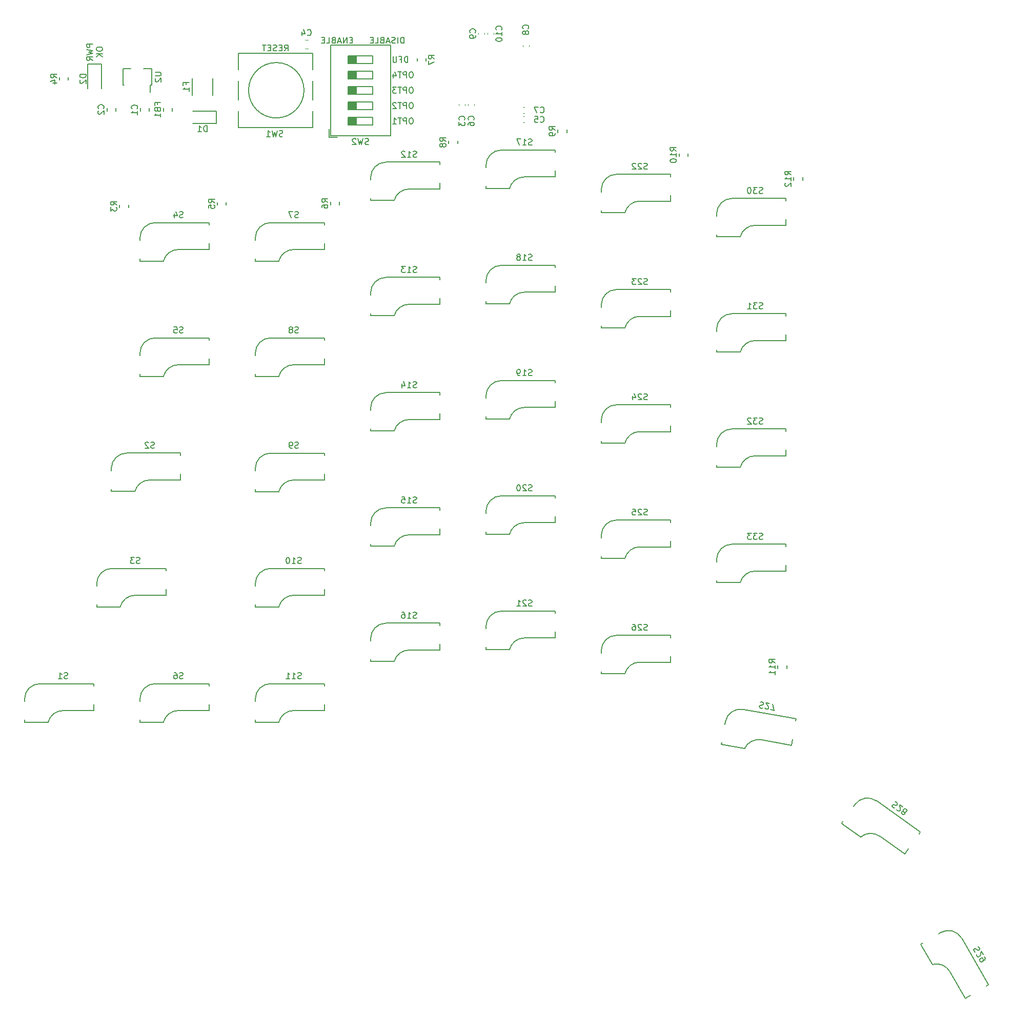
<source format=gbr>
%TF.GenerationSoftware,KiCad,Pcbnew,(6.0.0)*%
%TF.CreationDate,2022-01-02T22:46:40-08:00*%
%TF.ProjectId,thumbler_left,7468756d-626c-4657-925f-6c6566742e6b,rev?*%
%TF.SameCoordinates,Original*%
%TF.FileFunction,Legend,Bot*%
%TF.FilePolarity,Positive*%
%FSLAX46Y46*%
G04 Gerber Fmt 4.6, Leading zero omitted, Abs format (unit mm)*
G04 Created by KiCad (PCBNEW (6.0.0)) date 2022-01-02 22:46:40*
%MOMM*%
%LPD*%
G01*
G04 APERTURE LIST*
%ADD10C,0.150000*%
%ADD11C,0.153000*%
%ADD12C,0.120000*%
G04 APERTURE END LIST*
D10*
X153891904Y-141422380D02*
X153891904Y-140422380D01*
X153653809Y-140422380D01*
X153510952Y-140470000D01*
X153415714Y-140565238D01*
X153368095Y-140660476D01*
X153320476Y-140850952D01*
X153320476Y-140993809D01*
X153368095Y-141184285D01*
X153415714Y-141279523D01*
X153510952Y-141374761D01*
X153653809Y-141422380D01*
X153891904Y-141422380D01*
X152891904Y-141422380D02*
X152891904Y-140422380D01*
X152463333Y-141374761D02*
X152320476Y-141422380D01*
X152082380Y-141422380D01*
X151987142Y-141374761D01*
X151939523Y-141327142D01*
X151891904Y-141231904D01*
X151891904Y-141136666D01*
X151939523Y-141041428D01*
X151987142Y-140993809D01*
X152082380Y-140946190D01*
X152272857Y-140898571D01*
X152368095Y-140850952D01*
X152415714Y-140803333D01*
X152463333Y-140708095D01*
X152463333Y-140612857D01*
X152415714Y-140517619D01*
X152368095Y-140470000D01*
X152272857Y-140422380D01*
X152034761Y-140422380D01*
X151891904Y-140470000D01*
X151510952Y-141136666D02*
X151034761Y-141136666D01*
X151606190Y-141422380D02*
X151272857Y-140422380D01*
X150939523Y-141422380D01*
X150272857Y-140898571D02*
X150130000Y-140946190D01*
X150082380Y-140993809D01*
X150034761Y-141089047D01*
X150034761Y-141231904D01*
X150082380Y-141327142D01*
X150130000Y-141374761D01*
X150225238Y-141422380D01*
X150606190Y-141422380D01*
X150606190Y-140422380D01*
X150272857Y-140422380D01*
X150177619Y-140470000D01*
X150130000Y-140517619D01*
X150082380Y-140612857D01*
X150082380Y-140708095D01*
X150130000Y-140803333D01*
X150177619Y-140850952D01*
X150272857Y-140898571D01*
X150606190Y-140898571D01*
X149130000Y-141422380D02*
X149606190Y-141422380D01*
X149606190Y-140422380D01*
X148796666Y-140898571D02*
X148463333Y-140898571D01*
X148320476Y-141422380D02*
X148796666Y-141422380D01*
X148796666Y-140422380D01*
X148320476Y-140422380D01*
X155195833Y-151217380D02*
X155005357Y-151217380D01*
X154910119Y-151265000D01*
X154814880Y-151360238D01*
X154767261Y-151550714D01*
X154767261Y-151884047D01*
X154814880Y-152074523D01*
X154910119Y-152169761D01*
X155005357Y-152217380D01*
X155195833Y-152217380D01*
X155291071Y-152169761D01*
X155386309Y-152074523D01*
X155433928Y-151884047D01*
X155433928Y-151550714D01*
X155386309Y-151360238D01*
X155291071Y-151265000D01*
X155195833Y-151217380D01*
X154338690Y-152217380D02*
X154338690Y-151217380D01*
X153957738Y-151217380D01*
X153862500Y-151265000D01*
X153814880Y-151312619D01*
X153767261Y-151407857D01*
X153767261Y-151550714D01*
X153814880Y-151645952D01*
X153862500Y-151693571D01*
X153957738Y-151741190D01*
X154338690Y-151741190D01*
X153481547Y-151217380D02*
X152910119Y-151217380D01*
X153195833Y-152217380D02*
X153195833Y-151217380D01*
X152624404Y-151312619D02*
X152576785Y-151265000D01*
X152481547Y-151217380D01*
X152243452Y-151217380D01*
X152148214Y-151265000D01*
X152100595Y-151312619D01*
X152052976Y-151407857D01*
X152052976Y-151503095D01*
X152100595Y-151645952D01*
X152672023Y-152217380D01*
X152052976Y-152217380D01*
X145398809Y-140898571D02*
X145065476Y-140898571D01*
X144922619Y-141422380D02*
X145398809Y-141422380D01*
X145398809Y-140422380D01*
X144922619Y-140422380D01*
X144494047Y-141422380D02*
X144494047Y-140422380D01*
X143922619Y-141422380D01*
X143922619Y-140422380D01*
X143494047Y-141136666D02*
X143017857Y-141136666D01*
X143589285Y-141422380D02*
X143255952Y-140422380D01*
X142922619Y-141422380D01*
X142255952Y-140898571D02*
X142113095Y-140946190D01*
X142065476Y-140993809D01*
X142017857Y-141089047D01*
X142017857Y-141231904D01*
X142065476Y-141327142D01*
X142113095Y-141374761D01*
X142208333Y-141422380D01*
X142589285Y-141422380D01*
X142589285Y-140422380D01*
X142255952Y-140422380D01*
X142160714Y-140470000D01*
X142113095Y-140517619D01*
X142065476Y-140612857D01*
X142065476Y-140708095D01*
X142113095Y-140803333D01*
X142160714Y-140850952D01*
X142255952Y-140898571D01*
X142589285Y-140898571D01*
X141113095Y-141422380D02*
X141589285Y-141422380D01*
X141589285Y-140422380D01*
X140779761Y-140898571D02*
X140446428Y-140898571D01*
X140303571Y-141422380D02*
X140779761Y-141422380D01*
X140779761Y-140422380D01*
X140303571Y-140422380D01*
X154529166Y-144597380D02*
X154529166Y-143597380D01*
X154291071Y-143597380D01*
X154148214Y-143645000D01*
X154052976Y-143740238D01*
X154005357Y-143835476D01*
X153957738Y-144025952D01*
X153957738Y-144168809D01*
X154005357Y-144359285D01*
X154052976Y-144454523D01*
X154148214Y-144549761D01*
X154291071Y-144597380D01*
X154529166Y-144597380D01*
X153195833Y-144073571D02*
X153529166Y-144073571D01*
X153529166Y-144597380D02*
X153529166Y-143597380D01*
X153052976Y-143597380D01*
X152672023Y-143597380D02*
X152672023Y-144406904D01*
X152624404Y-144502142D01*
X152576785Y-144549761D01*
X152481547Y-144597380D01*
X152291071Y-144597380D01*
X152195833Y-144549761D01*
X152148214Y-144502142D01*
X152100595Y-144406904D01*
X152100595Y-143597380D01*
X155195833Y-153757380D02*
X155005357Y-153757380D01*
X154910119Y-153805000D01*
X154814880Y-153900238D01*
X154767261Y-154090714D01*
X154767261Y-154424047D01*
X154814880Y-154614523D01*
X154910119Y-154709761D01*
X155005357Y-154757380D01*
X155195833Y-154757380D01*
X155291071Y-154709761D01*
X155386309Y-154614523D01*
X155433928Y-154424047D01*
X155433928Y-154090714D01*
X155386309Y-153900238D01*
X155291071Y-153805000D01*
X155195833Y-153757380D01*
X154338690Y-154757380D02*
X154338690Y-153757380D01*
X153957738Y-153757380D01*
X153862500Y-153805000D01*
X153814880Y-153852619D01*
X153767261Y-153947857D01*
X153767261Y-154090714D01*
X153814880Y-154185952D01*
X153862500Y-154233571D01*
X153957738Y-154281190D01*
X154338690Y-154281190D01*
X153481547Y-153757380D02*
X152910119Y-153757380D01*
X153195833Y-154757380D02*
X153195833Y-153757380D01*
X152052976Y-154757380D02*
X152624404Y-154757380D01*
X152338690Y-154757380D02*
X152338690Y-153757380D01*
X152433928Y-153900238D01*
X152529166Y-153995476D01*
X152624404Y-154043095D01*
X155195833Y-146137380D02*
X155005357Y-146137380D01*
X154910119Y-146185000D01*
X154814880Y-146280238D01*
X154767261Y-146470714D01*
X154767261Y-146804047D01*
X154814880Y-146994523D01*
X154910119Y-147089761D01*
X155005357Y-147137380D01*
X155195833Y-147137380D01*
X155291071Y-147089761D01*
X155386309Y-146994523D01*
X155433928Y-146804047D01*
X155433928Y-146470714D01*
X155386309Y-146280238D01*
X155291071Y-146185000D01*
X155195833Y-146137380D01*
X154338690Y-147137380D02*
X154338690Y-146137380D01*
X153957738Y-146137380D01*
X153862500Y-146185000D01*
X153814880Y-146232619D01*
X153767261Y-146327857D01*
X153767261Y-146470714D01*
X153814880Y-146565952D01*
X153862500Y-146613571D01*
X153957738Y-146661190D01*
X154338690Y-146661190D01*
X153481547Y-146137380D02*
X152910119Y-146137380D01*
X153195833Y-147137380D02*
X153195833Y-146137380D01*
X152148214Y-146470714D02*
X152148214Y-147137380D01*
X152386309Y-146089761D02*
X152624404Y-146804047D01*
X152005357Y-146804047D01*
X102517380Y-141541666D02*
X101517380Y-141541666D01*
X101517380Y-141922619D01*
X101565000Y-142017857D01*
X101612619Y-142065476D01*
X101707857Y-142113095D01*
X101850714Y-142113095D01*
X101945952Y-142065476D01*
X101993571Y-142017857D01*
X102041190Y-141922619D01*
X102041190Y-141541666D01*
X101517380Y-142446428D02*
X102517380Y-142684523D01*
X101803095Y-142875000D01*
X102517380Y-143065476D01*
X101517380Y-143303571D01*
X102517380Y-144255952D02*
X102041190Y-143922619D01*
X102517380Y-143684523D02*
X101517380Y-143684523D01*
X101517380Y-144065476D01*
X101565000Y-144160714D01*
X101612619Y-144208333D01*
X101707857Y-144255952D01*
X101850714Y-144255952D01*
X101945952Y-144208333D01*
X101993571Y-144160714D01*
X102041190Y-144065476D01*
X102041190Y-143684523D01*
X103127380Y-142279761D02*
X103127380Y-142470238D01*
X103175000Y-142565476D01*
X103270238Y-142660714D01*
X103460714Y-142708333D01*
X103794047Y-142708333D01*
X103984523Y-142660714D01*
X104079761Y-142565476D01*
X104127380Y-142470238D01*
X104127380Y-142279761D01*
X104079761Y-142184523D01*
X103984523Y-142089285D01*
X103794047Y-142041666D01*
X103460714Y-142041666D01*
X103270238Y-142089285D01*
X103175000Y-142184523D01*
X103127380Y-142279761D01*
X104127380Y-143136904D02*
X103127380Y-143136904D01*
X104127380Y-143708333D02*
X103555952Y-143279761D01*
X103127380Y-143708333D02*
X103698809Y-143136904D01*
X134167380Y-142692380D02*
X134500714Y-142216190D01*
X134738809Y-142692380D02*
X134738809Y-141692380D01*
X134357857Y-141692380D01*
X134262619Y-141740000D01*
X134215000Y-141787619D01*
X134167380Y-141882857D01*
X134167380Y-142025714D01*
X134215000Y-142120952D01*
X134262619Y-142168571D01*
X134357857Y-142216190D01*
X134738809Y-142216190D01*
X133738809Y-142168571D02*
X133405476Y-142168571D01*
X133262619Y-142692380D02*
X133738809Y-142692380D01*
X133738809Y-141692380D01*
X133262619Y-141692380D01*
X132881666Y-142644761D02*
X132738809Y-142692380D01*
X132500714Y-142692380D01*
X132405476Y-142644761D01*
X132357857Y-142597142D01*
X132310238Y-142501904D01*
X132310238Y-142406666D01*
X132357857Y-142311428D01*
X132405476Y-142263809D01*
X132500714Y-142216190D01*
X132691190Y-142168571D01*
X132786428Y-142120952D01*
X132834047Y-142073333D01*
X132881666Y-141978095D01*
X132881666Y-141882857D01*
X132834047Y-141787619D01*
X132786428Y-141740000D01*
X132691190Y-141692380D01*
X132453095Y-141692380D01*
X132310238Y-141740000D01*
X131881666Y-142168571D02*
X131548333Y-142168571D01*
X131405476Y-142692380D02*
X131881666Y-142692380D01*
X131881666Y-141692380D01*
X131405476Y-141692380D01*
X131119761Y-141692380D02*
X130548333Y-141692380D01*
X130834047Y-142692380D02*
X130834047Y-141692380D01*
X155195833Y-148677380D02*
X155005357Y-148677380D01*
X154910119Y-148725000D01*
X154814880Y-148820238D01*
X154767261Y-149010714D01*
X154767261Y-149344047D01*
X154814880Y-149534523D01*
X154910119Y-149629761D01*
X155005357Y-149677380D01*
X155195833Y-149677380D01*
X155291071Y-149629761D01*
X155386309Y-149534523D01*
X155433928Y-149344047D01*
X155433928Y-149010714D01*
X155386309Y-148820238D01*
X155291071Y-148725000D01*
X155195833Y-148677380D01*
X154338690Y-149677380D02*
X154338690Y-148677380D01*
X153957738Y-148677380D01*
X153862500Y-148725000D01*
X153814880Y-148772619D01*
X153767261Y-148867857D01*
X153767261Y-149010714D01*
X153814880Y-149105952D01*
X153862500Y-149153571D01*
X153957738Y-149201190D01*
X154338690Y-149201190D01*
X153481547Y-148677380D02*
X152910119Y-148677380D01*
X153195833Y-149677380D02*
X153195833Y-148677380D01*
X152672023Y-148677380D02*
X152052976Y-148677380D01*
X152386309Y-149058333D01*
X152243452Y-149058333D01*
X152148214Y-149105952D01*
X152100595Y-149153571D01*
X152052976Y-149248809D01*
X152052976Y-149486904D01*
X152100595Y-149582142D01*
X152148214Y-149629761D01*
X152243452Y-149677380D01*
X152529166Y-149677380D01*
X152624404Y-149629761D01*
X152672023Y-149582142D01*
%TO.C,S1*%
X98367904Y-246400761D02*
X98225047Y-246448380D01*
X97986952Y-246448380D01*
X97891714Y-246400761D01*
X97844095Y-246353142D01*
X97796476Y-246257904D01*
X97796476Y-246162666D01*
X97844095Y-246067428D01*
X97891714Y-246019809D01*
X97986952Y-245972190D01*
X98177428Y-245924571D01*
X98272666Y-245876952D01*
X98320285Y-245829333D01*
X98367904Y-245734095D01*
X98367904Y-245638857D01*
X98320285Y-245543619D01*
X98272666Y-245496000D01*
X98177428Y-245448380D01*
X97939333Y-245448380D01*
X97796476Y-245496000D01*
X96844095Y-246448380D02*
X97415523Y-246448380D01*
X97129809Y-246448380D02*
X97129809Y-245448380D01*
X97225047Y-245591238D01*
X97320285Y-245686476D01*
X97415523Y-245734095D01*
%TO.C,S4*%
X117414904Y-170195961D02*
X117272047Y-170243580D01*
X117033952Y-170243580D01*
X116938714Y-170195961D01*
X116891095Y-170148342D01*
X116843476Y-170053104D01*
X116843476Y-169957866D01*
X116891095Y-169862628D01*
X116938714Y-169815009D01*
X117033952Y-169767390D01*
X117224428Y-169719771D01*
X117319666Y-169672152D01*
X117367285Y-169624533D01*
X117414904Y-169529295D01*
X117414904Y-169434057D01*
X117367285Y-169338819D01*
X117319666Y-169291200D01*
X117224428Y-169243580D01*
X116986333Y-169243580D01*
X116843476Y-169291200D01*
X115986333Y-169576914D02*
X115986333Y-170243580D01*
X116224428Y-169195961D02*
X116462523Y-169910247D01*
X115843476Y-169910247D01*
%TO.C,S27*%
X212755466Y-250311406D02*
X212904422Y-250289317D01*
X213138900Y-250330662D01*
X213224422Y-250394095D01*
X213263049Y-250449260D01*
X213293406Y-250551320D01*
X213276868Y-250645111D01*
X213213435Y-250730634D01*
X213158270Y-250769260D01*
X213056210Y-250799618D01*
X212860359Y-250813438D01*
X212758299Y-250843795D01*
X212703134Y-250882422D01*
X212639700Y-250967944D01*
X212623163Y-251061736D01*
X212653520Y-251163796D01*
X212692147Y-251218960D01*
X212777669Y-251282394D01*
X213012147Y-251323739D01*
X213161103Y-251301650D01*
X213544537Y-251320906D02*
X213583163Y-251376071D01*
X213668686Y-251439504D01*
X213903164Y-251480849D01*
X214005224Y-251450491D01*
X214060388Y-251411865D01*
X214123822Y-251326342D01*
X214140360Y-251232551D01*
X214118271Y-251083595D01*
X213654751Y-250421621D01*
X214264394Y-250529117D01*
X214419015Y-251571807D02*
X215075554Y-251687573D01*
X214827142Y-250628345D01*
%TO.C,S28*%
X235002129Y-266761753D02*
X235146160Y-266805691D01*
X235340238Y-266943615D01*
X235390285Y-267037601D01*
X235401515Y-267104001D01*
X235385161Y-267209217D01*
X235329992Y-267286848D01*
X235236007Y-267336895D01*
X235169606Y-267348126D01*
X235064390Y-267331772D01*
X234881543Y-267260248D01*
X234776327Y-267243894D01*
X234709926Y-267255125D01*
X234615941Y-267305171D01*
X234560772Y-267382802D01*
X234544417Y-267488018D01*
X234555648Y-267554419D01*
X234605695Y-267648404D01*
X234799773Y-267786328D01*
X234943804Y-267830267D01*
X235281914Y-268012130D02*
X235293145Y-268078530D01*
X235343191Y-268172516D01*
X235537269Y-268310440D01*
X235642485Y-268326794D01*
X235708886Y-268315563D01*
X235802871Y-268265516D01*
X235858041Y-268187885D01*
X235901980Y-268043854D01*
X235767210Y-267247048D01*
X236271813Y-267605651D01*
X236406582Y-268402456D02*
X236301366Y-268386102D01*
X236234966Y-268397333D01*
X236140981Y-268447379D01*
X236113396Y-268486195D01*
X236097042Y-268591411D01*
X236108273Y-268657811D01*
X236158319Y-268751797D01*
X236313582Y-268862136D01*
X236418798Y-268878490D01*
X236485198Y-268867259D01*
X236579183Y-268817213D01*
X236606768Y-268778397D01*
X236623122Y-268673181D01*
X236611891Y-268606781D01*
X236561845Y-268512796D01*
X236406582Y-268402456D01*
X236356536Y-268308471D01*
X236345305Y-268242071D01*
X236361659Y-268136855D01*
X236471999Y-267981592D01*
X236565984Y-267931546D01*
X236632384Y-267920315D01*
X236737600Y-267936669D01*
X236892863Y-268047008D01*
X236942909Y-268140993D01*
X236954140Y-268207394D01*
X236937786Y-268312610D01*
X236827447Y-268467872D01*
X236733461Y-268517919D01*
X236667061Y-268529150D01*
X236561845Y-268512796D01*
%TO.C,S29*%
X248751438Y-290714712D02*
X248864106Y-290814620D01*
X248983153Y-291020817D01*
X248989533Y-291127105D01*
X248972103Y-291192153D01*
X248913434Y-291281012D01*
X248830956Y-291328631D01*
X248724668Y-291335011D01*
X248659619Y-291317581D01*
X248570760Y-291258912D01*
X248434283Y-291117764D01*
X248345425Y-291059095D01*
X248280376Y-291041665D01*
X248174088Y-291048045D01*
X248091609Y-291095664D01*
X248032940Y-291184522D01*
X248015510Y-291249571D01*
X248021890Y-291355859D01*
X248140938Y-291562056D01*
X248253605Y-291661964D01*
X248485321Y-291968069D02*
X248467891Y-292033118D01*
X248474271Y-292139406D01*
X248593319Y-292345603D01*
X248682177Y-292404272D01*
X248747226Y-292421702D01*
X248853514Y-292415322D01*
X248935992Y-292367703D01*
X249035901Y-292255035D01*
X249245058Y-291474449D01*
X249554582Y-292010560D01*
X249792677Y-292422953D02*
X249887915Y-292587910D01*
X249894295Y-292694198D01*
X249876865Y-292759247D01*
X249800766Y-292913154D01*
X249659619Y-293049632D01*
X249329704Y-293240108D01*
X249223416Y-293246488D01*
X249158367Y-293229058D01*
X249069509Y-293170389D01*
X248974271Y-293005432D01*
X248967891Y-292899143D01*
X248985321Y-292834095D01*
X249043990Y-292745236D01*
X249250187Y-292626189D01*
X249356475Y-292619809D01*
X249421524Y-292637239D01*
X249510382Y-292695908D01*
X249605620Y-292860865D01*
X249612000Y-292967153D01*
X249594570Y-293032202D01*
X249535901Y-293121060D01*
%TO.C,S7*%
X136464904Y-170195961D02*
X136322047Y-170243580D01*
X136083952Y-170243580D01*
X135988714Y-170195961D01*
X135941095Y-170148342D01*
X135893476Y-170053104D01*
X135893476Y-169957866D01*
X135941095Y-169862628D01*
X135988714Y-169815009D01*
X136083952Y-169767390D01*
X136274428Y-169719771D01*
X136369666Y-169672152D01*
X136417285Y-169624533D01*
X136464904Y-169529295D01*
X136464904Y-169434057D01*
X136417285Y-169338819D01*
X136369666Y-169291200D01*
X136274428Y-169243580D01*
X136036333Y-169243580D01*
X135893476Y-169291200D01*
X135560142Y-169243580D02*
X134893476Y-169243580D01*
X135322047Y-170243580D01*
%TO.C,S12*%
X155991095Y-160195961D02*
X155848238Y-160243580D01*
X155610142Y-160243580D01*
X155514904Y-160195961D01*
X155467285Y-160148342D01*
X155419666Y-160053104D01*
X155419666Y-159957866D01*
X155467285Y-159862628D01*
X155514904Y-159815009D01*
X155610142Y-159767390D01*
X155800619Y-159719771D01*
X155895857Y-159672152D01*
X155943476Y-159624533D01*
X155991095Y-159529295D01*
X155991095Y-159434057D01*
X155943476Y-159338819D01*
X155895857Y-159291200D01*
X155800619Y-159243580D01*
X155562523Y-159243580D01*
X155419666Y-159291200D01*
X154467285Y-160243580D02*
X155038714Y-160243580D01*
X154753000Y-160243580D02*
X154753000Y-159243580D01*
X154848238Y-159386438D01*
X154943476Y-159481676D01*
X155038714Y-159529295D01*
X154086333Y-159338819D02*
X154038714Y-159291200D01*
X153943476Y-159243580D01*
X153705380Y-159243580D01*
X153610142Y-159291200D01*
X153562523Y-159338819D01*
X153514904Y-159434057D01*
X153514904Y-159529295D01*
X153562523Y-159672152D01*
X154133952Y-160243580D01*
X153514904Y-160243580D01*
%TO.C,S17*%
X175041095Y-158195961D02*
X174898238Y-158243580D01*
X174660142Y-158243580D01*
X174564904Y-158195961D01*
X174517285Y-158148342D01*
X174469666Y-158053104D01*
X174469666Y-157957866D01*
X174517285Y-157862628D01*
X174564904Y-157815009D01*
X174660142Y-157767390D01*
X174850619Y-157719771D01*
X174945857Y-157672152D01*
X174993476Y-157624533D01*
X175041095Y-157529295D01*
X175041095Y-157434057D01*
X174993476Y-157338819D01*
X174945857Y-157291200D01*
X174850619Y-157243580D01*
X174612523Y-157243580D01*
X174469666Y-157291200D01*
X173517285Y-158243580D02*
X174088714Y-158243580D01*
X173803000Y-158243580D02*
X173803000Y-157243580D01*
X173898238Y-157386438D01*
X173993476Y-157481676D01*
X174088714Y-157529295D01*
X173183952Y-157243580D02*
X172517285Y-157243580D01*
X172945857Y-158243580D01*
%TO.C,S22*%
X194091095Y-162195961D02*
X193948238Y-162243580D01*
X193710142Y-162243580D01*
X193614904Y-162195961D01*
X193567285Y-162148342D01*
X193519666Y-162053104D01*
X193519666Y-161957866D01*
X193567285Y-161862628D01*
X193614904Y-161815009D01*
X193710142Y-161767390D01*
X193900619Y-161719771D01*
X193995857Y-161672152D01*
X194043476Y-161624533D01*
X194091095Y-161529295D01*
X194091095Y-161434057D01*
X194043476Y-161338819D01*
X193995857Y-161291200D01*
X193900619Y-161243580D01*
X193662523Y-161243580D01*
X193519666Y-161291200D01*
X193138714Y-161338819D02*
X193091095Y-161291200D01*
X192995857Y-161243580D01*
X192757761Y-161243580D01*
X192662523Y-161291200D01*
X192614904Y-161338819D01*
X192567285Y-161434057D01*
X192567285Y-161529295D01*
X192614904Y-161672152D01*
X193186333Y-162243580D01*
X192567285Y-162243580D01*
X192186333Y-161338819D02*
X192138714Y-161291200D01*
X192043476Y-161243580D01*
X191805380Y-161243580D01*
X191710142Y-161291200D01*
X191662523Y-161338819D01*
X191614904Y-161434057D01*
X191614904Y-161529295D01*
X191662523Y-161672152D01*
X192233952Y-162243580D01*
X191614904Y-162243580D01*
%TO.C,S30*%
X213141095Y-166195961D02*
X212998238Y-166243580D01*
X212760142Y-166243580D01*
X212664904Y-166195961D01*
X212617285Y-166148342D01*
X212569666Y-166053104D01*
X212569666Y-165957866D01*
X212617285Y-165862628D01*
X212664904Y-165815009D01*
X212760142Y-165767390D01*
X212950619Y-165719771D01*
X213045857Y-165672152D01*
X213093476Y-165624533D01*
X213141095Y-165529295D01*
X213141095Y-165434057D01*
X213093476Y-165338819D01*
X213045857Y-165291200D01*
X212950619Y-165243580D01*
X212712523Y-165243580D01*
X212569666Y-165291200D01*
X212236333Y-165243580D02*
X211617285Y-165243580D01*
X211950619Y-165624533D01*
X211807761Y-165624533D01*
X211712523Y-165672152D01*
X211664904Y-165719771D01*
X211617285Y-165815009D01*
X211617285Y-166053104D01*
X211664904Y-166148342D01*
X211712523Y-166195961D01*
X211807761Y-166243580D01*
X212093476Y-166243580D01*
X212188714Y-166195961D01*
X212236333Y-166148342D01*
X210998238Y-165243580D02*
X210903000Y-165243580D01*
X210807761Y-165291200D01*
X210760142Y-165338819D01*
X210712523Y-165434057D01*
X210664904Y-165624533D01*
X210664904Y-165862628D01*
X210712523Y-166053104D01*
X210760142Y-166148342D01*
X210807761Y-166195961D01*
X210903000Y-166243580D01*
X210998238Y-166243580D01*
X211093476Y-166195961D01*
X211141095Y-166148342D01*
X211188714Y-166053104D01*
X211236333Y-165862628D01*
X211236333Y-165624533D01*
X211188714Y-165434057D01*
X211141095Y-165338819D01*
X211093476Y-165291200D01*
X210998238Y-165243580D01*
%TO.C,S5*%
X117414904Y-189245961D02*
X117272047Y-189293580D01*
X117033952Y-189293580D01*
X116938714Y-189245961D01*
X116891095Y-189198342D01*
X116843476Y-189103104D01*
X116843476Y-189007866D01*
X116891095Y-188912628D01*
X116938714Y-188865009D01*
X117033952Y-188817390D01*
X117224428Y-188769771D01*
X117319666Y-188722152D01*
X117367285Y-188674533D01*
X117414904Y-188579295D01*
X117414904Y-188484057D01*
X117367285Y-188388819D01*
X117319666Y-188341200D01*
X117224428Y-188293580D01*
X116986333Y-188293580D01*
X116843476Y-188341200D01*
X115938714Y-188293580D02*
X116414904Y-188293580D01*
X116462523Y-188769771D01*
X116414904Y-188722152D01*
X116319666Y-188674533D01*
X116081571Y-188674533D01*
X115986333Y-188722152D01*
X115938714Y-188769771D01*
X115891095Y-188865009D01*
X115891095Y-189103104D01*
X115938714Y-189198342D01*
X115986333Y-189245961D01*
X116081571Y-189293580D01*
X116319666Y-189293580D01*
X116414904Y-189245961D01*
X116462523Y-189198342D01*
%TO.C,S8*%
X136464904Y-189245961D02*
X136322047Y-189293580D01*
X136083952Y-189293580D01*
X135988714Y-189245961D01*
X135941095Y-189198342D01*
X135893476Y-189103104D01*
X135893476Y-189007866D01*
X135941095Y-188912628D01*
X135988714Y-188865009D01*
X136083952Y-188817390D01*
X136274428Y-188769771D01*
X136369666Y-188722152D01*
X136417285Y-188674533D01*
X136464904Y-188579295D01*
X136464904Y-188484057D01*
X136417285Y-188388819D01*
X136369666Y-188341200D01*
X136274428Y-188293580D01*
X136036333Y-188293580D01*
X135893476Y-188341200D01*
X135322047Y-188722152D02*
X135417285Y-188674533D01*
X135464904Y-188626914D01*
X135512523Y-188531676D01*
X135512523Y-188484057D01*
X135464904Y-188388819D01*
X135417285Y-188341200D01*
X135322047Y-188293580D01*
X135131571Y-188293580D01*
X135036333Y-188341200D01*
X134988714Y-188388819D01*
X134941095Y-188484057D01*
X134941095Y-188531676D01*
X134988714Y-188626914D01*
X135036333Y-188674533D01*
X135131571Y-188722152D01*
X135322047Y-188722152D01*
X135417285Y-188769771D01*
X135464904Y-188817390D01*
X135512523Y-188912628D01*
X135512523Y-189103104D01*
X135464904Y-189198342D01*
X135417285Y-189245961D01*
X135322047Y-189293580D01*
X135131571Y-189293580D01*
X135036333Y-189245961D01*
X134988714Y-189198342D01*
X134941095Y-189103104D01*
X134941095Y-188912628D01*
X134988714Y-188817390D01*
X135036333Y-188769771D01*
X135131571Y-188722152D01*
%TO.C,S13*%
X155991095Y-179245961D02*
X155848238Y-179293580D01*
X155610142Y-179293580D01*
X155514904Y-179245961D01*
X155467285Y-179198342D01*
X155419666Y-179103104D01*
X155419666Y-179007866D01*
X155467285Y-178912628D01*
X155514904Y-178865009D01*
X155610142Y-178817390D01*
X155800619Y-178769771D01*
X155895857Y-178722152D01*
X155943476Y-178674533D01*
X155991095Y-178579295D01*
X155991095Y-178484057D01*
X155943476Y-178388819D01*
X155895857Y-178341200D01*
X155800619Y-178293580D01*
X155562523Y-178293580D01*
X155419666Y-178341200D01*
X154467285Y-179293580D02*
X155038714Y-179293580D01*
X154753000Y-179293580D02*
X154753000Y-178293580D01*
X154848238Y-178436438D01*
X154943476Y-178531676D01*
X155038714Y-178579295D01*
X154133952Y-178293580D02*
X153514904Y-178293580D01*
X153848238Y-178674533D01*
X153705380Y-178674533D01*
X153610142Y-178722152D01*
X153562523Y-178769771D01*
X153514904Y-178865009D01*
X153514904Y-179103104D01*
X153562523Y-179198342D01*
X153610142Y-179245961D01*
X153705380Y-179293580D01*
X153991095Y-179293580D01*
X154086333Y-179245961D01*
X154133952Y-179198342D01*
%TO.C,S18*%
X175041095Y-177245961D02*
X174898238Y-177293580D01*
X174660142Y-177293580D01*
X174564904Y-177245961D01*
X174517285Y-177198342D01*
X174469666Y-177103104D01*
X174469666Y-177007866D01*
X174517285Y-176912628D01*
X174564904Y-176865009D01*
X174660142Y-176817390D01*
X174850619Y-176769771D01*
X174945857Y-176722152D01*
X174993476Y-176674533D01*
X175041095Y-176579295D01*
X175041095Y-176484057D01*
X174993476Y-176388819D01*
X174945857Y-176341200D01*
X174850619Y-176293580D01*
X174612523Y-176293580D01*
X174469666Y-176341200D01*
X173517285Y-177293580D02*
X174088714Y-177293580D01*
X173803000Y-177293580D02*
X173803000Y-176293580D01*
X173898238Y-176436438D01*
X173993476Y-176531676D01*
X174088714Y-176579295D01*
X172945857Y-176722152D02*
X173041095Y-176674533D01*
X173088714Y-176626914D01*
X173136333Y-176531676D01*
X173136333Y-176484057D01*
X173088714Y-176388819D01*
X173041095Y-176341200D01*
X172945857Y-176293580D01*
X172755380Y-176293580D01*
X172660142Y-176341200D01*
X172612523Y-176388819D01*
X172564904Y-176484057D01*
X172564904Y-176531676D01*
X172612523Y-176626914D01*
X172660142Y-176674533D01*
X172755380Y-176722152D01*
X172945857Y-176722152D01*
X173041095Y-176769771D01*
X173088714Y-176817390D01*
X173136333Y-176912628D01*
X173136333Y-177103104D01*
X173088714Y-177198342D01*
X173041095Y-177245961D01*
X172945857Y-177293580D01*
X172755380Y-177293580D01*
X172660142Y-177245961D01*
X172612523Y-177198342D01*
X172564904Y-177103104D01*
X172564904Y-176912628D01*
X172612523Y-176817390D01*
X172660142Y-176769771D01*
X172755380Y-176722152D01*
%TO.C,S23*%
X194091095Y-181245961D02*
X193948238Y-181293580D01*
X193710142Y-181293580D01*
X193614904Y-181245961D01*
X193567285Y-181198342D01*
X193519666Y-181103104D01*
X193519666Y-181007866D01*
X193567285Y-180912628D01*
X193614904Y-180865009D01*
X193710142Y-180817390D01*
X193900619Y-180769771D01*
X193995857Y-180722152D01*
X194043476Y-180674533D01*
X194091095Y-180579295D01*
X194091095Y-180484057D01*
X194043476Y-180388819D01*
X193995857Y-180341200D01*
X193900619Y-180293580D01*
X193662523Y-180293580D01*
X193519666Y-180341200D01*
X193138714Y-180388819D02*
X193091095Y-180341200D01*
X192995857Y-180293580D01*
X192757761Y-180293580D01*
X192662523Y-180341200D01*
X192614904Y-180388819D01*
X192567285Y-180484057D01*
X192567285Y-180579295D01*
X192614904Y-180722152D01*
X193186333Y-181293580D01*
X192567285Y-181293580D01*
X192233952Y-180293580D02*
X191614904Y-180293580D01*
X191948238Y-180674533D01*
X191805380Y-180674533D01*
X191710142Y-180722152D01*
X191662523Y-180769771D01*
X191614904Y-180865009D01*
X191614904Y-181103104D01*
X191662523Y-181198342D01*
X191710142Y-181245961D01*
X191805380Y-181293580D01*
X192091095Y-181293580D01*
X192186333Y-181245961D01*
X192233952Y-181198342D01*
%TO.C,S31*%
X213141095Y-185245961D02*
X212998238Y-185293580D01*
X212760142Y-185293580D01*
X212664904Y-185245961D01*
X212617285Y-185198342D01*
X212569666Y-185103104D01*
X212569666Y-185007866D01*
X212617285Y-184912628D01*
X212664904Y-184865009D01*
X212760142Y-184817390D01*
X212950619Y-184769771D01*
X213045857Y-184722152D01*
X213093476Y-184674533D01*
X213141095Y-184579295D01*
X213141095Y-184484057D01*
X213093476Y-184388819D01*
X213045857Y-184341200D01*
X212950619Y-184293580D01*
X212712523Y-184293580D01*
X212569666Y-184341200D01*
X212236333Y-184293580D02*
X211617285Y-184293580D01*
X211950619Y-184674533D01*
X211807761Y-184674533D01*
X211712523Y-184722152D01*
X211664904Y-184769771D01*
X211617285Y-184865009D01*
X211617285Y-185103104D01*
X211664904Y-185198342D01*
X211712523Y-185245961D01*
X211807761Y-185293580D01*
X212093476Y-185293580D01*
X212188714Y-185245961D01*
X212236333Y-185198342D01*
X210664904Y-185293580D02*
X211236333Y-185293580D01*
X210950619Y-185293580D02*
X210950619Y-184293580D01*
X211045857Y-184436438D01*
X211141095Y-184531676D01*
X211236333Y-184579295D01*
%TO.C,S2*%
X112688420Y-208287641D02*
X112545563Y-208335260D01*
X112307468Y-208335260D01*
X112212230Y-208287641D01*
X112164611Y-208240022D01*
X112116992Y-208144784D01*
X112116992Y-208049546D01*
X112164611Y-207954308D01*
X112212230Y-207906689D01*
X112307468Y-207859070D01*
X112497944Y-207811451D01*
X112593182Y-207763832D01*
X112640801Y-207716213D01*
X112688420Y-207620975D01*
X112688420Y-207525737D01*
X112640801Y-207430499D01*
X112593182Y-207382880D01*
X112497944Y-207335260D01*
X112259849Y-207335260D01*
X112116992Y-207382880D01*
X111736039Y-207430499D02*
X111688420Y-207382880D01*
X111593182Y-207335260D01*
X111355087Y-207335260D01*
X111259849Y-207382880D01*
X111212230Y-207430499D01*
X111164611Y-207525737D01*
X111164611Y-207620975D01*
X111212230Y-207763832D01*
X111783658Y-208335260D01*
X111164611Y-208335260D01*
%TO.C,S9*%
X136464904Y-208295961D02*
X136322047Y-208343580D01*
X136083952Y-208343580D01*
X135988714Y-208295961D01*
X135941095Y-208248342D01*
X135893476Y-208153104D01*
X135893476Y-208057866D01*
X135941095Y-207962628D01*
X135988714Y-207915009D01*
X136083952Y-207867390D01*
X136274428Y-207819771D01*
X136369666Y-207772152D01*
X136417285Y-207724533D01*
X136464904Y-207629295D01*
X136464904Y-207534057D01*
X136417285Y-207438819D01*
X136369666Y-207391200D01*
X136274428Y-207343580D01*
X136036333Y-207343580D01*
X135893476Y-207391200D01*
X135417285Y-208343580D02*
X135226809Y-208343580D01*
X135131571Y-208295961D01*
X135083952Y-208248342D01*
X134988714Y-208105485D01*
X134941095Y-207915009D01*
X134941095Y-207534057D01*
X134988714Y-207438819D01*
X135036333Y-207391200D01*
X135131571Y-207343580D01*
X135322047Y-207343580D01*
X135417285Y-207391200D01*
X135464904Y-207438819D01*
X135512523Y-207534057D01*
X135512523Y-207772152D01*
X135464904Y-207867390D01*
X135417285Y-207915009D01*
X135322047Y-207962628D01*
X135131571Y-207962628D01*
X135036333Y-207915009D01*
X134988714Y-207867390D01*
X134941095Y-207772152D01*
%TO.C,S14*%
X155991095Y-198295961D02*
X155848238Y-198343580D01*
X155610142Y-198343580D01*
X155514904Y-198295961D01*
X155467285Y-198248342D01*
X155419666Y-198153104D01*
X155419666Y-198057866D01*
X155467285Y-197962628D01*
X155514904Y-197915009D01*
X155610142Y-197867390D01*
X155800619Y-197819771D01*
X155895857Y-197772152D01*
X155943476Y-197724533D01*
X155991095Y-197629295D01*
X155991095Y-197534057D01*
X155943476Y-197438819D01*
X155895857Y-197391200D01*
X155800619Y-197343580D01*
X155562523Y-197343580D01*
X155419666Y-197391200D01*
X154467285Y-198343580D02*
X155038714Y-198343580D01*
X154753000Y-198343580D02*
X154753000Y-197343580D01*
X154848238Y-197486438D01*
X154943476Y-197581676D01*
X155038714Y-197629295D01*
X153610142Y-197676914D02*
X153610142Y-198343580D01*
X153848238Y-197295961D02*
X154086333Y-198010247D01*
X153467285Y-198010247D01*
%TO.C,S19*%
X175041095Y-196295961D02*
X174898238Y-196343580D01*
X174660142Y-196343580D01*
X174564904Y-196295961D01*
X174517285Y-196248342D01*
X174469666Y-196153104D01*
X174469666Y-196057866D01*
X174517285Y-195962628D01*
X174564904Y-195915009D01*
X174660142Y-195867390D01*
X174850619Y-195819771D01*
X174945857Y-195772152D01*
X174993476Y-195724533D01*
X175041095Y-195629295D01*
X175041095Y-195534057D01*
X174993476Y-195438819D01*
X174945857Y-195391200D01*
X174850619Y-195343580D01*
X174612523Y-195343580D01*
X174469666Y-195391200D01*
X173517285Y-196343580D02*
X174088714Y-196343580D01*
X173803000Y-196343580D02*
X173803000Y-195343580D01*
X173898238Y-195486438D01*
X173993476Y-195581676D01*
X174088714Y-195629295D01*
X173041095Y-196343580D02*
X172850619Y-196343580D01*
X172755380Y-196295961D01*
X172707761Y-196248342D01*
X172612523Y-196105485D01*
X172564904Y-195915009D01*
X172564904Y-195534057D01*
X172612523Y-195438819D01*
X172660142Y-195391200D01*
X172755380Y-195343580D01*
X172945857Y-195343580D01*
X173041095Y-195391200D01*
X173088714Y-195438819D01*
X173136333Y-195534057D01*
X173136333Y-195772152D01*
X173088714Y-195867390D01*
X173041095Y-195915009D01*
X172945857Y-195962628D01*
X172755380Y-195962628D01*
X172660142Y-195915009D01*
X172612523Y-195867390D01*
X172564904Y-195772152D01*
%TO.C,S24*%
X194091095Y-200295961D02*
X193948238Y-200343580D01*
X193710142Y-200343580D01*
X193614904Y-200295961D01*
X193567285Y-200248342D01*
X193519666Y-200153104D01*
X193519666Y-200057866D01*
X193567285Y-199962628D01*
X193614904Y-199915009D01*
X193710142Y-199867390D01*
X193900619Y-199819771D01*
X193995857Y-199772152D01*
X194043476Y-199724533D01*
X194091095Y-199629295D01*
X194091095Y-199534057D01*
X194043476Y-199438819D01*
X193995857Y-199391200D01*
X193900619Y-199343580D01*
X193662523Y-199343580D01*
X193519666Y-199391200D01*
X193138714Y-199438819D02*
X193091095Y-199391200D01*
X192995857Y-199343580D01*
X192757761Y-199343580D01*
X192662523Y-199391200D01*
X192614904Y-199438819D01*
X192567285Y-199534057D01*
X192567285Y-199629295D01*
X192614904Y-199772152D01*
X193186333Y-200343580D01*
X192567285Y-200343580D01*
X191710142Y-199676914D02*
X191710142Y-200343580D01*
X191948238Y-199295961D02*
X192186333Y-200010247D01*
X191567285Y-200010247D01*
%TO.C,S32*%
X213141095Y-204295961D02*
X212998238Y-204343580D01*
X212760142Y-204343580D01*
X212664904Y-204295961D01*
X212617285Y-204248342D01*
X212569666Y-204153104D01*
X212569666Y-204057866D01*
X212617285Y-203962628D01*
X212664904Y-203915009D01*
X212760142Y-203867390D01*
X212950619Y-203819771D01*
X213045857Y-203772152D01*
X213093476Y-203724533D01*
X213141095Y-203629295D01*
X213141095Y-203534057D01*
X213093476Y-203438819D01*
X213045857Y-203391200D01*
X212950619Y-203343580D01*
X212712523Y-203343580D01*
X212569666Y-203391200D01*
X212236333Y-203343580D02*
X211617285Y-203343580D01*
X211950619Y-203724533D01*
X211807761Y-203724533D01*
X211712523Y-203772152D01*
X211664904Y-203819771D01*
X211617285Y-203915009D01*
X211617285Y-204153104D01*
X211664904Y-204248342D01*
X211712523Y-204295961D01*
X211807761Y-204343580D01*
X212093476Y-204343580D01*
X212188714Y-204295961D01*
X212236333Y-204248342D01*
X211236333Y-203438819D02*
X211188714Y-203391200D01*
X211093476Y-203343580D01*
X210855380Y-203343580D01*
X210760142Y-203391200D01*
X210712523Y-203438819D01*
X210664904Y-203534057D01*
X210664904Y-203629295D01*
X210712523Y-203772152D01*
X211283952Y-204343580D01*
X210664904Y-204343580D01*
%TO.C,S3*%
X110267360Y-227344917D02*
X110124503Y-227392536D01*
X109886408Y-227392536D01*
X109791170Y-227344917D01*
X109743551Y-227297298D01*
X109695932Y-227202060D01*
X109695932Y-227106822D01*
X109743551Y-227011584D01*
X109791170Y-226963965D01*
X109886408Y-226916346D01*
X110076884Y-226868727D01*
X110172122Y-226821108D01*
X110219741Y-226773489D01*
X110267360Y-226678251D01*
X110267360Y-226583013D01*
X110219741Y-226487775D01*
X110172122Y-226440156D01*
X110076884Y-226392536D01*
X109838789Y-226392536D01*
X109695932Y-226440156D01*
X109362598Y-226392536D02*
X108743551Y-226392536D01*
X109076884Y-226773489D01*
X108934027Y-226773489D01*
X108838789Y-226821108D01*
X108791170Y-226868727D01*
X108743551Y-226963965D01*
X108743551Y-227202060D01*
X108791170Y-227297298D01*
X108838789Y-227344917D01*
X108934027Y-227392536D01*
X109219741Y-227392536D01*
X109314979Y-227344917D01*
X109362598Y-227297298D01*
%TO.C,S10*%
X136941095Y-227345961D02*
X136798238Y-227393580D01*
X136560142Y-227393580D01*
X136464904Y-227345961D01*
X136417285Y-227298342D01*
X136369666Y-227203104D01*
X136369666Y-227107866D01*
X136417285Y-227012628D01*
X136464904Y-226965009D01*
X136560142Y-226917390D01*
X136750619Y-226869771D01*
X136845857Y-226822152D01*
X136893476Y-226774533D01*
X136941095Y-226679295D01*
X136941095Y-226584057D01*
X136893476Y-226488819D01*
X136845857Y-226441200D01*
X136750619Y-226393580D01*
X136512523Y-226393580D01*
X136369666Y-226441200D01*
X135417285Y-227393580D02*
X135988714Y-227393580D01*
X135703000Y-227393580D02*
X135703000Y-226393580D01*
X135798238Y-226536438D01*
X135893476Y-226631676D01*
X135988714Y-226679295D01*
X134798238Y-226393580D02*
X134703000Y-226393580D01*
X134607761Y-226441200D01*
X134560142Y-226488819D01*
X134512523Y-226584057D01*
X134464904Y-226774533D01*
X134464904Y-227012628D01*
X134512523Y-227203104D01*
X134560142Y-227298342D01*
X134607761Y-227345961D01*
X134703000Y-227393580D01*
X134798238Y-227393580D01*
X134893476Y-227345961D01*
X134941095Y-227298342D01*
X134988714Y-227203104D01*
X135036333Y-227012628D01*
X135036333Y-226774533D01*
X134988714Y-226584057D01*
X134941095Y-226488819D01*
X134893476Y-226441200D01*
X134798238Y-226393580D01*
%TO.C,S15*%
X155991095Y-217345961D02*
X155848238Y-217393580D01*
X155610142Y-217393580D01*
X155514904Y-217345961D01*
X155467285Y-217298342D01*
X155419666Y-217203104D01*
X155419666Y-217107866D01*
X155467285Y-217012628D01*
X155514904Y-216965009D01*
X155610142Y-216917390D01*
X155800619Y-216869771D01*
X155895857Y-216822152D01*
X155943476Y-216774533D01*
X155991095Y-216679295D01*
X155991095Y-216584057D01*
X155943476Y-216488819D01*
X155895857Y-216441200D01*
X155800619Y-216393580D01*
X155562523Y-216393580D01*
X155419666Y-216441200D01*
X154467285Y-217393580D02*
X155038714Y-217393580D01*
X154753000Y-217393580D02*
X154753000Y-216393580D01*
X154848238Y-216536438D01*
X154943476Y-216631676D01*
X155038714Y-216679295D01*
X153562523Y-216393580D02*
X154038714Y-216393580D01*
X154086333Y-216869771D01*
X154038714Y-216822152D01*
X153943476Y-216774533D01*
X153705380Y-216774533D01*
X153610142Y-216822152D01*
X153562523Y-216869771D01*
X153514904Y-216965009D01*
X153514904Y-217203104D01*
X153562523Y-217298342D01*
X153610142Y-217345961D01*
X153705380Y-217393580D01*
X153943476Y-217393580D01*
X154038714Y-217345961D01*
X154086333Y-217298342D01*
%TO.C,S20*%
X175041095Y-215345961D02*
X174898238Y-215393580D01*
X174660142Y-215393580D01*
X174564904Y-215345961D01*
X174517285Y-215298342D01*
X174469666Y-215203104D01*
X174469666Y-215107866D01*
X174517285Y-215012628D01*
X174564904Y-214965009D01*
X174660142Y-214917390D01*
X174850619Y-214869771D01*
X174945857Y-214822152D01*
X174993476Y-214774533D01*
X175041095Y-214679295D01*
X175041095Y-214584057D01*
X174993476Y-214488819D01*
X174945857Y-214441200D01*
X174850619Y-214393580D01*
X174612523Y-214393580D01*
X174469666Y-214441200D01*
X174088714Y-214488819D02*
X174041095Y-214441200D01*
X173945857Y-214393580D01*
X173707761Y-214393580D01*
X173612523Y-214441200D01*
X173564904Y-214488819D01*
X173517285Y-214584057D01*
X173517285Y-214679295D01*
X173564904Y-214822152D01*
X174136333Y-215393580D01*
X173517285Y-215393580D01*
X172898238Y-214393580D02*
X172803000Y-214393580D01*
X172707761Y-214441200D01*
X172660142Y-214488819D01*
X172612523Y-214584057D01*
X172564904Y-214774533D01*
X172564904Y-215012628D01*
X172612523Y-215203104D01*
X172660142Y-215298342D01*
X172707761Y-215345961D01*
X172803000Y-215393580D01*
X172898238Y-215393580D01*
X172993476Y-215345961D01*
X173041095Y-215298342D01*
X173088714Y-215203104D01*
X173136333Y-215012628D01*
X173136333Y-214774533D01*
X173088714Y-214584057D01*
X173041095Y-214488819D01*
X172993476Y-214441200D01*
X172898238Y-214393580D01*
%TO.C,S25*%
X194091095Y-219345961D02*
X193948238Y-219393580D01*
X193710142Y-219393580D01*
X193614904Y-219345961D01*
X193567285Y-219298342D01*
X193519666Y-219203104D01*
X193519666Y-219107866D01*
X193567285Y-219012628D01*
X193614904Y-218965009D01*
X193710142Y-218917390D01*
X193900619Y-218869771D01*
X193995857Y-218822152D01*
X194043476Y-218774533D01*
X194091095Y-218679295D01*
X194091095Y-218584057D01*
X194043476Y-218488819D01*
X193995857Y-218441200D01*
X193900619Y-218393580D01*
X193662523Y-218393580D01*
X193519666Y-218441200D01*
X193138714Y-218488819D02*
X193091095Y-218441200D01*
X192995857Y-218393580D01*
X192757761Y-218393580D01*
X192662523Y-218441200D01*
X192614904Y-218488819D01*
X192567285Y-218584057D01*
X192567285Y-218679295D01*
X192614904Y-218822152D01*
X193186333Y-219393580D01*
X192567285Y-219393580D01*
X191662523Y-218393580D02*
X192138714Y-218393580D01*
X192186333Y-218869771D01*
X192138714Y-218822152D01*
X192043476Y-218774533D01*
X191805380Y-218774533D01*
X191710142Y-218822152D01*
X191662523Y-218869771D01*
X191614904Y-218965009D01*
X191614904Y-219203104D01*
X191662523Y-219298342D01*
X191710142Y-219345961D01*
X191805380Y-219393580D01*
X192043476Y-219393580D01*
X192138714Y-219345961D01*
X192186333Y-219298342D01*
%TO.C,S33*%
X213141095Y-223345961D02*
X212998238Y-223393580D01*
X212760142Y-223393580D01*
X212664904Y-223345961D01*
X212617285Y-223298342D01*
X212569666Y-223203104D01*
X212569666Y-223107866D01*
X212617285Y-223012628D01*
X212664904Y-222965009D01*
X212760142Y-222917390D01*
X212950619Y-222869771D01*
X213045857Y-222822152D01*
X213093476Y-222774533D01*
X213141095Y-222679295D01*
X213141095Y-222584057D01*
X213093476Y-222488819D01*
X213045857Y-222441200D01*
X212950619Y-222393580D01*
X212712523Y-222393580D01*
X212569666Y-222441200D01*
X212236333Y-222393580D02*
X211617285Y-222393580D01*
X211950619Y-222774533D01*
X211807761Y-222774533D01*
X211712523Y-222822152D01*
X211664904Y-222869771D01*
X211617285Y-222965009D01*
X211617285Y-223203104D01*
X211664904Y-223298342D01*
X211712523Y-223345961D01*
X211807761Y-223393580D01*
X212093476Y-223393580D01*
X212188714Y-223345961D01*
X212236333Y-223298342D01*
X211283952Y-222393580D02*
X210664904Y-222393580D01*
X210998238Y-222774533D01*
X210855380Y-222774533D01*
X210760142Y-222822152D01*
X210712523Y-222869771D01*
X210664904Y-222965009D01*
X210664904Y-223203104D01*
X210712523Y-223298342D01*
X210760142Y-223345961D01*
X210855380Y-223393580D01*
X211141095Y-223393580D01*
X211236333Y-223345961D01*
X211283952Y-223298342D01*
%TO.C,S6*%
X117414904Y-246395961D02*
X117272047Y-246443580D01*
X117033952Y-246443580D01*
X116938714Y-246395961D01*
X116891095Y-246348342D01*
X116843476Y-246253104D01*
X116843476Y-246157866D01*
X116891095Y-246062628D01*
X116938714Y-246015009D01*
X117033952Y-245967390D01*
X117224428Y-245919771D01*
X117319666Y-245872152D01*
X117367285Y-245824533D01*
X117414904Y-245729295D01*
X117414904Y-245634057D01*
X117367285Y-245538819D01*
X117319666Y-245491200D01*
X117224428Y-245443580D01*
X116986333Y-245443580D01*
X116843476Y-245491200D01*
X115986333Y-245443580D02*
X116176809Y-245443580D01*
X116272047Y-245491200D01*
X116319666Y-245538819D01*
X116414904Y-245681676D01*
X116462523Y-245872152D01*
X116462523Y-246253104D01*
X116414904Y-246348342D01*
X116367285Y-246395961D01*
X116272047Y-246443580D01*
X116081571Y-246443580D01*
X115986333Y-246395961D01*
X115938714Y-246348342D01*
X115891095Y-246253104D01*
X115891095Y-246015009D01*
X115938714Y-245919771D01*
X115986333Y-245872152D01*
X116081571Y-245824533D01*
X116272047Y-245824533D01*
X116367285Y-245872152D01*
X116414904Y-245919771D01*
X116462523Y-246015009D01*
%TO.C,S11*%
X136941095Y-246395961D02*
X136798238Y-246443580D01*
X136560142Y-246443580D01*
X136464904Y-246395961D01*
X136417285Y-246348342D01*
X136369666Y-246253104D01*
X136369666Y-246157866D01*
X136417285Y-246062628D01*
X136464904Y-246015009D01*
X136560142Y-245967390D01*
X136750619Y-245919771D01*
X136845857Y-245872152D01*
X136893476Y-245824533D01*
X136941095Y-245729295D01*
X136941095Y-245634057D01*
X136893476Y-245538819D01*
X136845857Y-245491200D01*
X136750619Y-245443580D01*
X136512523Y-245443580D01*
X136369666Y-245491200D01*
X135417285Y-246443580D02*
X135988714Y-246443580D01*
X135703000Y-246443580D02*
X135703000Y-245443580D01*
X135798238Y-245586438D01*
X135893476Y-245681676D01*
X135988714Y-245729295D01*
X134464904Y-246443580D02*
X135036333Y-246443580D01*
X134750619Y-246443580D02*
X134750619Y-245443580D01*
X134845857Y-245586438D01*
X134941095Y-245681676D01*
X135036333Y-245729295D01*
%TO.C,S16*%
X155991095Y-236395961D02*
X155848238Y-236443580D01*
X155610142Y-236443580D01*
X155514904Y-236395961D01*
X155467285Y-236348342D01*
X155419666Y-236253104D01*
X155419666Y-236157866D01*
X155467285Y-236062628D01*
X155514904Y-236015009D01*
X155610142Y-235967390D01*
X155800619Y-235919771D01*
X155895857Y-235872152D01*
X155943476Y-235824533D01*
X155991095Y-235729295D01*
X155991095Y-235634057D01*
X155943476Y-235538819D01*
X155895857Y-235491200D01*
X155800619Y-235443580D01*
X155562523Y-235443580D01*
X155419666Y-235491200D01*
X154467285Y-236443580D02*
X155038714Y-236443580D01*
X154753000Y-236443580D02*
X154753000Y-235443580D01*
X154848238Y-235586438D01*
X154943476Y-235681676D01*
X155038714Y-235729295D01*
X153610142Y-235443580D02*
X153800619Y-235443580D01*
X153895857Y-235491200D01*
X153943476Y-235538819D01*
X154038714Y-235681676D01*
X154086333Y-235872152D01*
X154086333Y-236253104D01*
X154038714Y-236348342D01*
X153991095Y-236395961D01*
X153895857Y-236443580D01*
X153705380Y-236443580D01*
X153610142Y-236395961D01*
X153562523Y-236348342D01*
X153514904Y-236253104D01*
X153514904Y-236015009D01*
X153562523Y-235919771D01*
X153610142Y-235872152D01*
X153705380Y-235824533D01*
X153895857Y-235824533D01*
X153991095Y-235872152D01*
X154038714Y-235919771D01*
X154086333Y-236015009D01*
%TO.C,S21*%
X175041095Y-234395961D02*
X174898238Y-234443580D01*
X174660142Y-234443580D01*
X174564904Y-234395961D01*
X174517285Y-234348342D01*
X174469666Y-234253104D01*
X174469666Y-234157866D01*
X174517285Y-234062628D01*
X174564904Y-234015009D01*
X174660142Y-233967390D01*
X174850619Y-233919771D01*
X174945857Y-233872152D01*
X174993476Y-233824533D01*
X175041095Y-233729295D01*
X175041095Y-233634057D01*
X174993476Y-233538819D01*
X174945857Y-233491200D01*
X174850619Y-233443580D01*
X174612523Y-233443580D01*
X174469666Y-233491200D01*
X174088714Y-233538819D02*
X174041095Y-233491200D01*
X173945857Y-233443580D01*
X173707761Y-233443580D01*
X173612523Y-233491200D01*
X173564904Y-233538819D01*
X173517285Y-233634057D01*
X173517285Y-233729295D01*
X173564904Y-233872152D01*
X174136333Y-234443580D01*
X173517285Y-234443580D01*
X172564904Y-234443580D02*
X173136333Y-234443580D01*
X172850619Y-234443580D02*
X172850619Y-233443580D01*
X172945857Y-233586438D01*
X173041095Y-233681676D01*
X173136333Y-233729295D01*
%TO.C,S26*%
X194091095Y-238395961D02*
X193948238Y-238443580D01*
X193710142Y-238443580D01*
X193614904Y-238395961D01*
X193567285Y-238348342D01*
X193519666Y-238253104D01*
X193519666Y-238157866D01*
X193567285Y-238062628D01*
X193614904Y-238015009D01*
X193710142Y-237967390D01*
X193900619Y-237919771D01*
X193995857Y-237872152D01*
X194043476Y-237824533D01*
X194091095Y-237729295D01*
X194091095Y-237634057D01*
X194043476Y-237538819D01*
X193995857Y-237491200D01*
X193900619Y-237443580D01*
X193662523Y-237443580D01*
X193519666Y-237491200D01*
X193138714Y-237538819D02*
X193091095Y-237491200D01*
X192995857Y-237443580D01*
X192757761Y-237443580D01*
X192662523Y-237491200D01*
X192614904Y-237538819D01*
X192567285Y-237634057D01*
X192567285Y-237729295D01*
X192614904Y-237872152D01*
X193186333Y-238443580D01*
X192567285Y-238443580D01*
X191710142Y-237443580D02*
X191900619Y-237443580D01*
X191995857Y-237491200D01*
X192043476Y-237538819D01*
X192138714Y-237681676D01*
X192186333Y-237872152D01*
X192186333Y-238253104D01*
X192138714Y-238348342D01*
X192091095Y-238395961D01*
X191995857Y-238443580D01*
X191805380Y-238443580D01*
X191710142Y-238395961D01*
X191662523Y-238348342D01*
X191614904Y-238253104D01*
X191614904Y-238015009D01*
X191662523Y-237919771D01*
X191710142Y-237872152D01*
X191805380Y-237824533D01*
X191995857Y-237824533D01*
X192091095Y-237872152D01*
X192138714Y-237919771D01*
X192186333Y-238015009D01*
%TO.C,C1*%
X109815022Y-152249844D02*
X109862641Y-152202225D01*
X109910260Y-152059368D01*
X109910260Y-151964130D01*
X109862641Y-151821272D01*
X109767403Y-151726034D01*
X109672165Y-151678415D01*
X109481689Y-151630796D01*
X109338832Y-151630796D01*
X109148356Y-151678415D01*
X109053118Y-151726034D01*
X108957880Y-151821272D01*
X108910260Y-151964130D01*
X108910260Y-152059368D01*
X108957880Y-152202225D01*
X109005499Y-152249844D01*
X109910260Y-153202225D02*
X109910260Y-152630796D01*
X109910260Y-152916511D02*
X108910260Y-152916511D01*
X109053118Y-152821272D01*
X109148356Y-152726034D01*
X109195975Y-152630796D01*
%TO.C,C3*%
X163872242Y-154091433D02*
X163919861Y-154043814D01*
X163967480Y-153900957D01*
X163967480Y-153805719D01*
X163919861Y-153662861D01*
X163824623Y-153567623D01*
X163729385Y-153520004D01*
X163538909Y-153472385D01*
X163396052Y-153472385D01*
X163205576Y-153520004D01*
X163110338Y-153567623D01*
X163015100Y-153662861D01*
X162967480Y-153805719D01*
X162967480Y-153900957D01*
X163015100Y-154043814D01*
X163062719Y-154091433D01*
X162967480Y-154424766D02*
X162967480Y-155043814D01*
X163348433Y-154710480D01*
X163348433Y-154853338D01*
X163396052Y-154948576D01*
X163443671Y-154996195D01*
X163538909Y-155043814D01*
X163777004Y-155043814D01*
X163872242Y-154996195D01*
X163919861Y-154948576D01*
X163967480Y-154853338D01*
X163967480Y-154567623D01*
X163919861Y-154472385D01*
X163872242Y-154424766D01*
%TO.C,C7*%
X176433666Y-152838342D02*
X176481285Y-152885961D01*
X176624142Y-152933580D01*
X176719380Y-152933580D01*
X176862238Y-152885961D01*
X176957476Y-152790723D01*
X177005095Y-152695485D01*
X177052714Y-152505009D01*
X177052714Y-152362152D01*
X177005095Y-152171676D01*
X176957476Y-152076438D01*
X176862238Y-151981200D01*
X176719380Y-151933580D01*
X176624142Y-151933580D01*
X176481285Y-151981200D01*
X176433666Y-152028819D01*
X176100333Y-151933580D02*
X175433666Y-151933580D01*
X175862238Y-152933580D01*
%TO.C,C8*%
X174413242Y-139004933D02*
X174460861Y-138957314D01*
X174508480Y-138814457D01*
X174508480Y-138719219D01*
X174460861Y-138576361D01*
X174365623Y-138481123D01*
X174270385Y-138433504D01*
X174079909Y-138385885D01*
X173937052Y-138385885D01*
X173746576Y-138433504D01*
X173651338Y-138481123D01*
X173556100Y-138576361D01*
X173508480Y-138719219D01*
X173508480Y-138814457D01*
X173556100Y-138957314D01*
X173603719Y-139004933D01*
X173937052Y-139576361D02*
X173889433Y-139481123D01*
X173841814Y-139433504D01*
X173746576Y-139385885D01*
X173698957Y-139385885D01*
X173603719Y-139433504D01*
X173556100Y-139481123D01*
X173508480Y-139576361D01*
X173508480Y-139766838D01*
X173556100Y-139862076D01*
X173603719Y-139909695D01*
X173698957Y-139957314D01*
X173746576Y-139957314D01*
X173841814Y-139909695D01*
X173889433Y-139862076D01*
X173937052Y-139766838D01*
X173937052Y-139576361D01*
X173984671Y-139481123D01*
X174032290Y-139433504D01*
X174127528Y-139385885D01*
X174318004Y-139385885D01*
X174413242Y-139433504D01*
X174460861Y-139481123D01*
X174508480Y-139576361D01*
X174508480Y-139766838D01*
X174460861Y-139862076D01*
X174413242Y-139909695D01*
X174318004Y-139957314D01*
X174127528Y-139957314D01*
X174032290Y-139909695D01*
X173984671Y-139862076D01*
X173937052Y-139766838D01*
%TO.C,C9*%
X165662942Y-139666433D02*
X165710561Y-139618814D01*
X165758180Y-139475957D01*
X165758180Y-139380719D01*
X165710561Y-139237861D01*
X165615323Y-139142623D01*
X165520085Y-139095004D01*
X165329609Y-139047385D01*
X165186752Y-139047385D01*
X164996276Y-139095004D01*
X164901038Y-139142623D01*
X164805800Y-139237861D01*
X164758180Y-139380719D01*
X164758180Y-139475957D01*
X164805800Y-139618814D01*
X164853419Y-139666433D01*
X165758180Y-140142623D02*
X165758180Y-140333100D01*
X165710561Y-140428338D01*
X165662942Y-140475957D01*
X165520085Y-140571195D01*
X165329609Y-140618814D01*
X164948657Y-140618814D01*
X164853419Y-140571195D01*
X164805800Y-140523576D01*
X164758180Y-140428338D01*
X164758180Y-140237861D01*
X164805800Y-140142623D01*
X164853419Y-140095004D01*
X164948657Y-140047385D01*
X165186752Y-140047385D01*
X165281990Y-140095004D01*
X165329609Y-140142623D01*
X165377228Y-140237861D01*
X165377228Y-140428338D01*
X165329609Y-140523576D01*
X165281990Y-140571195D01*
X165186752Y-140618814D01*
%TO.C,C4*%
X137961666Y-140057142D02*
X138009285Y-140104761D01*
X138152142Y-140152380D01*
X138247380Y-140152380D01*
X138390238Y-140104761D01*
X138485476Y-140009523D01*
X138533095Y-139914285D01*
X138580714Y-139723809D01*
X138580714Y-139580952D01*
X138533095Y-139390476D01*
X138485476Y-139295238D01*
X138390238Y-139200000D01*
X138247380Y-139152380D01*
X138152142Y-139152380D01*
X138009285Y-139200000D01*
X137961666Y-139247619D01*
X137104523Y-139485714D02*
X137104523Y-140152380D01*
X137342619Y-139104761D02*
X137580714Y-139819047D01*
X136961666Y-139819047D01*
%TO.C,C10*%
X170001242Y-139190242D02*
X170048861Y-139142623D01*
X170096480Y-138999766D01*
X170096480Y-138904528D01*
X170048861Y-138761671D01*
X169953623Y-138666433D01*
X169858385Y-138618814D01*
X169667909Y-138571195D01*
X169525052Y-138571195D01*
X169334576Y-138618814D01*
X169239338Y-138666433D01*
X169144100Y-138761671D01*
X169096480Y-138904528D01*
X169096480Y-138999766D01*
X169144100Y-139142623D01*
X169191719Y-139190242D01*
X170096480Y-140142623D02*
X170096480Y-139571195D01*
X170096480Y-139856909D02*
X169096480Y-139856909D01*
X169239338Y-139761671D01*
X169334576Y-139666433D01*
X169382195Y-139571195D01*
X169096480Y-140761671D02*
X169096480Y-140856909D01*
X169144100Y-140952147D01*
X169191719Y-140999766D01*
X169286957Y-141047385D01*
X169477433Y-141095004D01*
X169715528Y-141095004D01*
X169906004Y-141047385D01*
X170001242Y-140999766D01*
X170048861Y-140952147D01*
X170096480Y-140856909D01*
X170096480Y-140761671D01*
X170048861Y-140666433D01*
X170001242Y-140618814D01*
X169906004Y-140571195D01*
X169715528Y-140523576D01*
X169477433Y-140523576D01*
X169286957Y-140571195D01*
X169191719Y-140618814D01*
X169144100Y-140666433D01*
X169096480Y-140761671D01*
%TO.C,D2*%
X101389880Y-146550654D02*
X100389880Y-146550654D01*
X100389880Y-146788750D01*
X100437500Y-146931607D01*
X100532738Y-147026845D01*
X100627976Y-147074464D01*
X100818452Y-147122083D01*
X100961309Y-147122083D01*
X101151785Y-147074464D01*
X101247023Y-147026845D01*
X101342261Y-146931607D01*
X101389880Y-146788750D01*
X101389880Y-146550654D01*
X100485119Y-147503035D02*
X100437500Y-147550654D01*
X100389880Y-147645892D01*
X100389880Y-147883988D01*
X100437500Y-147979226D01*
X100485119Y-148026845D01*
X100580357Y-148074464D01*
X100675595Y-148074464D01*
X100818452Y-148026845D01*
X101389880Y-147455416D01*
X101389880Y-148074464D01*
%TO.C,R7*%
X158947380Y-143978333D02*
X158471190Y-143645000D01*
X158947380Y-143406904D02*
X157947380Y-143406904D01*
X157947380Y-143787857D01*
X157995000Y-143883095D01*
X158042619Y-143930714D01*
X158137857Y-143978333D01*
X158280714Y-143978333D01*
X158375952Y-143930714D01*
X158423571Y-143883095D01*
X158471190Y-143787857D01*
X158471190Y-143406904D01*
X157947380Y-144311666D02*
X157947380Y-144978333D01*
X158947380Y-144549761D01*
%TO.C,R4*%
X96564880Y-147122083D02*
X96088690Y-146788750D01*
X96564880Y-146550654D02*
X95564880Y-146550654D01*
X95564880Y-146931607D01*
X95612500Y-147026845D01*
X95660119Y-147074464D01*
X95755357Y-147122083D01*
X95898214Y-147122083D01*
X95993452Y-147074464D01*
X96041071Y-147026845D01*
X96088690Y-146931607D01*
X96088690Y-146550654D01*
X95898214Y-147979226D02*
X96564880Y-147979226D01*
X95517261Y-147741130D02*
X96231547Y-147503035D01*
X96231547Y-148122083D01*
%TO.C,R6*%
X141325980Y-167713933D02*
X140849790Y-167380600D01*
X141325980Y-167142504D02*
X140325980Y-167142504D01*
X140325980Y-167523457D01*
X140373600Y-167618695D01*
X140421219Y-167666314D01*
X140516457Y-167713933D01*
X140659314Y-167713933D01*
X140754552Y-167666314D01*
X140802171Y-167618695D01*
X140849790Y-167523457D01*
X140849790Y-167142504D01*
X140325980Y-168571076D02*
X140325980Y-168380600D01*
X140373600Y-168285361D01*
X140421219Y-168237742D01*
X140564076Y-168142504D01*
X140754552Y-168094885D01*
X141135504Y-168094885D01*
X141230742Y-168142504D01*
X141278361Y-168190123D01*
X141325980Y-168285361D01*
X141325980Y-168475838D01*
X141278361Y-168571076D01*
X141230742Y-168618695D01*
X141135504Y-168666314D01*
X140897409Y-168666314D01*
X140802171Y-168618695D01*
X140754552Y-168571076D01*
X140706933Y-168475838D01*
X140706933Y-168285361D01*
X140754552Y-168190123D01*
X140802171Y-168142504D01*
X140897409Y-168094885D01*
%TO.C,R8*%
X160833180Y-157604733D02*
X160356990Y-157271400D01*
X160833180Y-157033304D02*
X159833180Y-157033304D01*
X159833180Y-157414257D01*
X159880800Y-157509495D01*
X159928419Y-157557114D01*
X160023657Y-157604733D01*
X160166514Y-157604733D01*
X160261752Y-157557114D01*
X160309371Y-157509495D01*
X160356990Y-157414257D01*
X160356990Y-157033304D01*
X160261752Y-158176161D02*
X160214133Y-158080923D01*
X160166514Y-158033304D01*
X160071276Y-157985685D01*
X160023657Y-157985685D01*
X159928419Y-158033304D01*
X159880800Y-158080923D01*
X159833180Y-158176161D01*
X159833180Y-158366638D01*
X159880800Y-158461876D01*
X159928419Y-158509495D01*
X160023657Y-158557114D01*
X160071276Y-158557114D01*
X160166514Y-158509495D01*
X160214133Y-158461876D01*
X160261752Y-158366638D01*
X160261752Y-158176161D01*
X160309371Y-158080923D01*
X160356990Y-158033304D01*
X160452228Y-157985685D01*
X160642704Y-157985685D01*
X160737942Y-158033304D01*
X160785561Y-158080923D01*
X160833180Y-158176161D01*
X160833180Y-158366638D01*
X160785561Y-158461876D01*
X160737942Y-158509495D01*
X160642704Y-158557114D01*
X160452228Y-158557114D01*
X160356990Y-158509495D01*
X160309371Y-158461876D01*
X160261752Y-158366638D01*
%TO.C,R9*%
X178888380Y-155789333D02*
X178412190Y-155456000D01*
X178888380Y-155217904D02*
X177888380Y-155217904D01*
X177888380Y-155598857D01*
X177936000Y-155694095D01*
X177983619Y-155741714D01*
X178078857Y-155789333D01*
X178221714Y-155789333D01*
X178316952Y-155741714D01*
X178364571Y-155694095D01*
X178412190Y-155598857D01*
X178412190Y-155217904D01*
X178888380Y-156265523D02*
X178888380Y-156456000D01*
X178840761Y-156551238D01*
X178793142Y-156598857D01*
X178650285Y-156694095D01*
X178459809Y-156741714D01*
X178078857Y-156741714D01*
X177983619Y-156694095D01*
X177936000Y-156646476D01*
X177888380Y-156551238D01*
X177888380Y-156360761D01*
X177936000Y-156265523D01*
X177983619Y-156217904D01*
X178078857Y-156170285D01*
X178316952Y-156170285D01*
X178412190Y-156217904D01*
X178459809Y-156265523D01*
X178507428Y-156360761D01*
X178507428Y-156551238D01*
X178459809Y-156646476D01*
X178412190Y-156694095D01*
X178316952Y-156741714D01*
%TO.C,R10*%
X198882380Y-159211342D02*
X198406190Y-158878009D01*
X198882380Y-158639914D02*
X197882380Y-158639914D01*
X197882380Y-159020866D01*
X197930000Y-159116104D01*
X197977619Y-159163723D01*
X198072857Y-159211342D01*
X198215714Y-159211342D01*
X198310952Y-159163723D01*
X198358571Y-159116104D01*
X198406190Y-159020866D01*
X198406190Y-158639914D01*
X198882380Y-160163723D02*
X198882380Y-159592295D01*
X198882380Y-159878009D02*
X197882380Y-159878009D01*
X198025238Y-159782771D01*
X198120476Y-159687533D01*
X198168095Y-159592295D01*
X197882380Y-160782771D02*
X197882380Y-160878009D01*
X197930000Y-160973247D01*
X197977619Y-161020866D01*
X198072857Y-161068485D01*
X198263333Y-161116104D01*
X198501428Y-161116104D01*
X198691904Y-161068485D01*
X198787142Y-161020866D01*
X198834761Y-160973247D01*
X198882380Y-160878009D01*
X198882380Y-160782771D01*
X198834761Y-160687533D01*
X198787142Y-160639914D01*
X198691904Y-160592295D01*
X198501428Y-160544676D01*
X198263333Y-160544676D01*
X198072857Y-160592295D01*
X197977619Y-160639914D01*
X197930000Y-160687533D01*
X197882380Y-160782771D01*
%TO.C,R11*%
X215210380Y-243848142D02*
X214734190Y-243514809D01*
X215210380Y-243276714D02*
X214210380Y-243276714D01*
X214210380Y-243657666D01*
X214258000Y-243752904D01*
X214305619Y-243800523D01*
X214400857Y-243848142D01*
X214543714Y-243848142D01*
X214638952Y-243800523D01*
X214686571Y-243752904D01*
X214734190Y-243657666D01*
X214734190Y-243276714D01*
X215210380Y-244800523D02*
X215210380Y-244229095D01*
X215210380Y-244514809D02*
X214210380Y-244514809D01*
X214353238Y-244419571D01*
X214448476Y-244324333D01*
X214496095Y-244229095D01*
X215210380Y-245752904D02*
X215210380Y-245181476D01*
X215210380Y-245467190D02*
X214210380Y-245467190D01*
X214353238Y-245371952D01*
X214448476Y-245276714D01*
X214496095Y-245181476D01*
%TO.C,R12*%
X217830780Y-163173742D02*
X217354590Y-162840409D01*
X217830780Y-162602314D02*
X216830780Y-162602314D01*
X216830780Y-162983266D01*
X216878400Y-163078504D01*
X216926019Y-163126123D01*
X217021257Y-163173742D01*
X217164114Y-163173742D01*
X217259352Y-163126123D01*
X217306971Y-163078504D01*
X217354590Y-162983266D01*
X217354590Y-162602314D01*
X217830780Y-164126123D02*
X217830780Y-163554695D01*
X217830780Y-163840409D02*
X216830780Y-163840409D01*
X216973638Y-163745171D01*
X217068876Y-163649933D01*
X217116495Y-163554695D01*
X216926019Y-164507076D02*
X216878400Y-164554695D01*
X216830780Y-164649933D01*
X216830780Y-164888028D01*
X216878400Y-164983266D01*
X216926019Y-165030885D01*
X217021257Y-165078504D01*
X217116495Y-165078504D01*
X217259352Y-165030885D01*
X217830780Y-164459457D01*
X217830780Y-165078504D01*
%TO.C,SW1*%
X133888333Y-156789761D02*
X133745476Y-156837380D01*
X133507380Y-156837380D01*
X133412142Y-156789761D01*
X133364523Y-156742142D01*
X133316904Y-156646904D01*
X133316904Y-156551666D01*
X133364523Y-156456428D01*
X133412142Y-156408809D01*
X133507380Y-156361190D01*
X133697857Y-156313571D01*
X133793095Y-156265952D01*
X133840714Y-156218333D01*
X133888333Y-156123095D01*
X133888333Y-156027857D01*
X133840714Y-155932619D01*
X133793095Y-155885000D01*
X133697857Y-155837380D01*
X133459761Y-155837380D01*
X133316904Y-155885000D01*
X132983571Y-155837380D02*
X132745476Y-156837380D01*
X132555000Y-156123095D01*
X132364523Y-156837380D01*
X132126428Y-155837380D01*
X131221666Y-156837380D02*
X131793095Y-156837380D01*
X131507380Y-156837380D02*
X131507380Y-155837380D01*
X131602619Y-155980238D01*
X131697857Y-156075476D01*
X131793095Y-156123095D01*
%TO.C,SW2*%
X148069083Y-158119011D02*
X147926226Y-158166630D01*
X147688130Y-158166630D01*
X147592892Y-158119011D01*
X147545273Y-158071392D01*
X147497654Y-157976154D01*
X147497654Y-157880916D01*
X147545273Y-157785678D01*
X147592892Y-157738059D01*
X147688130Y-157690440D01*
X147878607Y-157642821D01*
X147973845Y-157595202D01*
X148021464Y-157547583D01*
X148069083Y-157452345D01*
X148069083Y-157357107D01*
X148021464Y-157261869D01*
X147973845Y-157214250D01*
X147878607Y-157166630D01*
X147640511Y-157166630D01*
X147497654Y-157214250D01*
X147164321Y-157166630D02*
X146926226Y-158166630D01*
X146735750Y-157452345D01*
X146545273Y-158166630D01*
X146307178Y-157166630D01*
X145973845Y-157261869D02*
X145926226Y-157214250D01*
X145830988Y-157166630D01*
X145592892Y-157166630D01*
X145497654Y-157214250D01*
X145450035Y-157261869D01*
X145402416Y-157357107D01*
X145402416Y-157452345D01*
X145450035Y-157595202D01*
X146021464Y-158166630D01*
X145402416Y-158166630D01*
%TO.C,U2*%
X112807380Y-146226845D02*
X113616904Y-146226845D01*
X113712142Y-146274464D01*
X113759761Y-146322083D01*
X113807380Y-146417321D01*
X113807380Y-146607797D01*
X113759761Y-146703035D01*
X113712142Y-146750654D01*
X113616904Y-146798273D01*
X112807380Y-146798273D01*
X112902619Y-147226845D02*
X112855000Y-147274464D01*
X112807380Y-147369702D01*
X112807380Y-147607797D01*
X112855000Y-147703035D01*
X112902619Y-147750654D01*
X112997857Y-147798273D01*
X113093095Y-147798273D01*
X113235952Y-147750654D01*
X113807380Y-147179226D01*
X113807380Y-147798273D01*
%TO.C,D1*%
X121388095Y-156027380D02*
X121388095Y-155027380D01*
X121150000Y-155027380D01*
X121007142Y-155075000D01*
X120911904Y-155170238D01*
X120864285Y-155265476D01*
X120816666Y-155455952D01*
X120816666Y-155598809D01*
X120864285Y-155789285D01*
X120911904Y-155884523D01*
X121007142Y-155979761D01*
X121150000Y-156027380D01*
X121388095Y-156027380D01*
X119864285Y-156027380D02*
X120435714Y-156027380D01*
X120150000Y-156027380D02*
X120150000Y-155027380D01*
X120245238Y-155170238D01*
X120340476Y-155265476D01*
X120435714Y-155313095D01*
%TO.C,R5*%
X122631580Y-167764733D02*
X122155390Y-167431400D01*
X122631580Y-167193304D02*
X121631580Y-167193304D01*
X121631580Y-167574257D01*
X121679200Y-167669495D01*
X121726819Y-167717114D01*
X121822057Y-167764733D01*
X121964914Y-167764733D01*
X122060152Y-167717114D01*
X122107771Y-167669495D01*
X122155390Y-167574257D01*
X122155390Y-167193304D01*
X121631580Y-168669495D02*
X121631580Y-168193304D01*
X122107771Y-168145685D01*
X122060152Y-168193304D01*
X122012533Y-168288542D01*
X122012533Y-168526638D01*
X122060152Y-168621876D01*
X122107771Y-168669495D01*
X122203009Y-168717114D01*
X122441104Y-168717114D01*
X122536342Y-168669495D01*
X122583961Y-168621876D01*
X122631580Y-168526638D01*
X122631580Y-168288542D01*
X122583961Y-168193304D01*
X122536342Y-168145685D01*
%TO.C,FB1*%
X113213571Y-151566666D02*
X113213571Y-151233333D01*
X113737380Y-151233333D02*
X112737380Y-151233333D01*
X112737380Y-151709523D01*
X113213571Y-152423809D02*
X113261190Y-152566666D01*
X113308809Y-152614285D01*
X113404047Y-152661904D01*
X113546904Y-152661904D01*
X113642142Y-152614285D01*
X113689761Y-152566666D01*
X113737380Y-152471428D01*
X113737380Y-152090476D01*
X112737380Y-152090476D01*
X112737380Y-152423809D01*
X112785000Y-152519047D01*
X112832619Y-152566666D01*
X112927857Y-152614285D01*
X113023095Y-152614285D01*
X113118333Y-152566666D01*
X113165952Y-152519047D01*
X113213571Y-152423809D01*
X113213571Y-152090476D01*
X113737380Y-153614285D02*
X113737380Y-153042857D01*
X113737380Y-153328571D02*
X112737380Y-153328571D01*
X112880238Y-153233333D01*
X112975476Y-153138095D01*
X113023095Y-153042857D01*
%TO.C,F1*%
X117928571Y-148256666D02*
X117928571Y-147923333D01*
X118452380Y-147923333D02*
X117452380Y-147923333D01*
X117452380Y-148399523D01*
X118452380Y-149304285D02*
X118452380Y-148732857D01*
X118452380Y-149018571D02*
X117452380Y-149018571D01*
X117595238Y-148923333D01*
X117690476Y-148828095D01*
X117738095Y-148732857D01*
%TO.C,C2*%
X104289642Y-152202083D02*
X104337261Y-152154464D01*
X104384880Y-152011607D01*
X104384880Y-151916369D01*
X104337261Y-151773511D01*
X104242023Y-151678273D01*
X104146785Y-151630654D01*
X103956309Y-151583035D01*
X103813452Y-151583035D01*
X103622976Y-151630654D01*
X103527738Y-151678273D01*
X103432500Y-151773511D01*
X103384880Y-151916369D01*
X103384880Y-152011607D01*
X103432500Y-152154464D01*
X103480119Y-152202083D01*
X103480119Y-152583035D02*
X103432500Y-152630654D01*
X103384880Y-152725892D01*
X103384880Y-152963988D01*
X103432500Y-153059226D01*
X103480119Y-153106845D01*
X103575357Y-153154464D01*
X103670595Y-153154464D01*
X103813452Y-153106845D01*
X104384880Y-152535416D01*
X104384880Y-153154464D01*
%TO.C,C5*%
X176432566Y-154400442D02*
X176480185Y-154448061D01*
X176623042Y-154495680D01*
X176718280Y-154495680D01*
X176861138Y-154448061D01*
X176956376Y-154352823D01*
X177003995Y-154257585D01*
X177051614Y-154067109D01*
X177051614Y-153924252D01*
X177003995Y-153733776D01*
X176956376Y-153638538D01*
X176861138Y-153543300D01*
X176718280Y-153495680D01*
X176623042Y-153495680D01*
X176480185Y-153543300D01*
X176432566Y-153590919D01*
X175527804Y-153495680D02*
X176003995Y-153495680D01*
X176051614Y-153971871D01*
X176003995Y-153924252D01*
X175908757Y-153876633D01*
X175670661Y-153876633D01*
X175575423Y-153924252D01*
X175527804Y-153971871D01*
X175480185Y-154067109D01*
X175480185Y-154305204D01*
X175527804Y-154400442D01*
X175575423Y-154448061D01*
X175670661Y-154495680D01*
X175908757Y-154495680D01*
X176003995Y-154448061D01*
X176051614Y-154400442D01*
%TO.C,C6*%
X165396242Y-154091433D02*
X165443861Y-154043814D01*
X165491480Y-153900957D01*
X165491480Y-153805719D01*
X165443861Y-153662861D01*
X165348623Y-153567623D01*
X165253385Y-153520004D01*
X165062909Y-153472385D01*
X164920052Y-153472385D01*
X164729576Y-153520004D01*
X164634338Y-153567623D01*
X164539100Y-153662861D01*
X164491480Y-153805719D01*
X164491480Y-153900957D01*
X164539100Y-154043814D01*
X164586719Y-154091433D01*
X164491480Y-154948576D02*
X164491480Y-154758100D01*
X164539100Y-154662861D01*
X164586719Y-154615242D01*
X164729576Y-154520004D01*
X164920052Y-154472385D01*
X165301004Y-154472385D01*
X165396242Y-154520004D01*
X165443861Y-154567623D01*
X165491480Y-154662861D01*
X165491480Y-154853338D01*
X165443861Y-154948576D01*
X165396242Y-154996195D01*
X165301004Y-155043814D01*
X165062909Y-155043814D01*
X164967671Y-154996195D01*
X164920052Y-154948576D01*
X164872433Y-154853338D01*
X164872433Y-154662861D01*
X164920052Y-154567623D01*
X164967671Y-154520004D01*
X165062909Y-154472385D01*
%TO.C,R3*%
X106477180Y-168171133D02*
X106000990Y-167837800D01*
X106477180Y-167599704D02*
X105477180Y-167599704D01*
X105477180Y-167980657D01*
X105524800Y-168075895D01*
X105572419Y-168123514D01*
X105667657Y-168171133D01*
X105810514Y-168171133D01*
X105905752Y-168123514D01*
X105953371Y-168075895D01*
X106000990Y-167980657D01*
X106000990Y-167599704D01*
X105477180Y-168504466D02*
X105477180Y-169123514D01*
X105858133Y-168790180D01*
X105858133Y-168933038D01*
X105905752Y-169028276D01*
X105953371Y-169075895D01*
X106048609Y-169123514D01*
X106286704Y-169123514D01*
X106381942Y-169075895D01*
X106429561Y-169028276D01*
X106477180Y-168933038D01*
X106477180Y-168647323D01*
X106429561Y-168552085D01*
X106381942Y-168504466D01*
D11*
%TO.C,S1*%
X95141838Y-253616000D02*
X91637000Y-253616000D01*
X91637000Y-253616000D02*
X91256000Y-253616000D01*
X93796000Y-247266000D02*
X102686000Y-247266000D01*
X102686000Y-251711000D02*
X97606000Y-251711000D01*
X102686000Y-247266000D02*
X102686000Y-247647000D01*
X102686000Y-250695000D02*
X102686000Y-251711000D01*
X91256000Y-249806000D02*
X91256000Y-250187000D01*
X91256000Y-253235000D02*
X91256000Y-253616000D01*
X97606000Y-251710999D02*
G75*
G03*
X95141838Y-253634960I0J-2540000D01*
G01*
X93796000Y-247266000D02*
G75*
G03*
X91256000Y-249806000I1J-2540001D01*
G01*
%TO.C,S4*%
X110684000Y-177411200D02*
X110303000Y-177411200D01*
X112843000Y-171061200D02*
X121733000Y-171061200D01*
X110303000Y-173601200D02*
X110303000Y-173982200D01*
X121733000Y-174490200D02*
X121733000Y-175506200D01*
X121733000Y-171061200D02*
X121733000Y-171442200D01*
X121733000Y-175506200D02*
X116653000Y-175506200D01*
X114188838Y-177411200D02*
X110684000Y-177411200D01*
X110303000Y-177030200D02*
X110303000Y-177411200D01*
X116653000Y-175506199D02*
G75*
G03*
X114188838Y-177430160I0J-2540000D01*
G01*
X112843000Y-171061200D02*
G75*
G03*
X110303000Y-173601200I1J-2540001D01*
G01*
%TO.C,S27*%
X217914890Y-257435321D02*
X212912066Y-256553188D01*
X206989337Y-253574464D02*
X206923177Y-253949675D01*
X206393897Y-256951369D02*
X206327737Y-257326581D01*
X206702949Y-257392741D02*
X206327737Y-257326581D01*
X210154541Y-258001350D02*
X206702949Y-257392741D01*
X218091316Y-256434756D02*
X217914890Y-257435321D01*
X218686756Y-253057851D02*
X218620596Y-253433062D01*
X209931815Y-251514118D02*
X218686756Y-253057851D01*
X209931815Y-251514119D02*
G75*
G03*
X206989337Y-253574464I-441066J-2501412D01*
G01*
X212912066Y-256553187D02*
G75*
G03*
X210151248Y-258020022I-441066J-2501412D01*
G01*
%TO.C,S28*%
X226497244Y-270562436D02*
X226186680Y-270341729D01*
X228393741Y-267236093D02*
X228173035Y-267546656D01*
X239182026Y-271786852D02*
X238961320Y-272097415D01*
X236607121Y-275410095D02*
X232466272Y-272467346D01*
X226407386Y-270031166D02*
X226186680Y-270341729D01*
X237195671Y-274581925D02*
X236607121Y-275410095D01*
X231935540Y-266637042D02*
X239182026Y-271786852D01*
X229354135Y-272592722D02*
X226497244Y-270562436D01*
X232466273Y-272467345D02*
G75*
G03*
X229343151Y-272608177I-1471374J-2070425D01*
G01*
X231935540Y-266637042D02*
G75*
G03*
X228393741Y-267236093I-1471374J-2070426D01*
G01*
%TO.C,S29*%
X250460099Y-297023724D02*
X250130144Y-297214224D01*
X247490498Y-298738224D02*
X246610617Y-299246224D01*
X246610617Y-299246224D02*
X244070617Y-294846815D01*
X241188757Y-293665288D02*
X239436338Y-290630009D01*
X242545395Y-288395054D02*
X242215439Y-288585554D01*
X246015099Y-289324758D02*
X250460099Y-297023724D01*
X239436338Y-290630009D02*
X239245838Y-290300054D01*
X239575794Y-290109554D02*
X239245838Y-290300054D01*
X246015099Y-289324758D02*
G75*
G03*
X242545395Y-288395054I-2199704J-1270002D01*
G01*
X244070617Y-294846815D02*
G75*
G03*
X241172337Y-293674768I-2199704J-1269999D01*
G01*
%TO.C,S7*%
X133238838Y-177411200D02*
X129734000Y-177411200D01*
X131893000Y-171061200D02*
X140783000Y-171061200D01*
X140783000Y-171061200D02*
X140783000Y-171442200D01*
X129353000Y-173601200D02*
X129353000Y-173982200D01*
X140783000Y-174490200D02*
X140783000Y-175506200D01*
X129734000Y-177411200D02*
X129353000Y-177411200D01*
X129353000Y-177030200D02*
X129353000Y-177411200D01*
X140783000Y-175506200D02*
X135703000Y-175506200D01*
X131893000Y-171061200D02*
G75*
G03*
X129353000Y-173601200I1J-2540001D01*
G01*
X135703000Y-175506199D02*
G75*
G03*
X133238838Y-177430160I0J-2540000D01*
G01*
%TO.C,S12*%
X148403000Y-163601200D02*
X148403000Y-163982200D01*
X159833000Y-164490200D02*
X159833000Y-165506200D01*
X159833000Y-165506200D02*
X154753000Y-165506200D01*
X159833000Y-161061200D02*
X159833000Y-161442200D01*
X152288838Y-167411200D02*
X148784000Y-167411200D01*
X148403000Y-167030200D02*
X148403000Y-167411200D01*
X150943000Y-161061200D02*
X159833000Y-161061200D01*
X148784000Y-167411200D02*
X148403000Y-167411200D01*
X154753000Y-165506199D02*
G75*
G03*
X152288838Y-167430160I0J-2540000D01*
G01*
X150943000Y-161061200D02*
G75*
G03*
X148403000Y-163601200I1J-2540001D01*
G01*
%TO.C,S17*%
X167453000Y-161601200D02*
X167453000Y-161982200D01*
X178883000Y-163506200D02*
X173803000Y-163506200D01*
X167453000Y-165030200D02*
X167453000Y-165411200D01*
X167834000Y-165411200D02*
X167453000Y-165411200D01*
X178883000Y-159061200D02*
X178883000Y-159442200D01*
X169993000Y-159061200D02*
X178883000Y-159061200D01*
X178883000Y-162490200D02*
X178883000Y-163506200D01*
X171338838Y-165411200D02*
X167834000Y-165411200D01*
X169993000Y-159061200D02*
G75*
G03*
X167453000Y-161601200I1J-2540001D01*
G01*
X173803000Y-163506199D02*
G75*
G03*
X171338838Y-165430160I0J-2540000D01*
G01*
%TO.C,S22*%
X189043000Y-163061200D02*
X197933000Y-163061200D01*
X197933000Y-167506200D02*
X192853000Y-167506200D01*
X197933000Y-166490200D02*
X197933000Y-167506200D01*
X190388838Y-169411200D02*
X186884000Y-169411200D01*
X186503000Y-169030200D02*
X186503000Y-169411200D01*
X186884000Y-169411200D02*
X186503000Y-169411200D01*
X186503000Y-165601200D02*
X186503000Y-165982200D01*
X197933000Y-163061200D02*
X197933000Y-163442200D01*
X189043000Y-163061200D02*
G75*
G03*
X186503000Y-165601200I1J-2540001D01*
G01*
X192853000Y-167506199D02*
G75*
G03*
X190388838Y-169430160I0J-2540000D01*
G01*
%TO.C,S30*%
X205934000Y-173411200D02*
X205553000Y-173411200D01*
X216983000Y-167061200D02*
X216983000Y-167442200D01*
X205553000Y-173030200D02*
X205553000Y-173411200D01*
X216983000Y-171506200D02*
X211903000Y-171506200D01*
X216983000Y-170490200D02*
X216983000Y-171506200D01*
X209438838Y-173411200D02*
X205934000Y-173411200D01*
X205553000Y-169601200D02*
X205553000Y-169982200D01*
X208093000Y-167061200D02*
X216983000Y-167061200D01*
X211903000Y-171506199D02*
G75*
G03*
X209438838Y-173430160I0J-2540000D01*
G01*
X208093000Y-167061200D02*
G75*
G03*
X205553000Y-169601200I1J-2540001D01*
G01*
%TO.C,S5*%
X121733000Y-194556200D02*
X116653000Y-194556200D01*
X110684000Y-196461200D02*
X110303000Y-196461200D01*
X121733000Y-193540200D02*
X121733000Y-194556200D01*
X114188838Y-196461200D02*
X110684000Y-196461200D01*
X112843000Y-190111200D02*
X121733000Y-190111200D01*
X110303000Y-192651200D02*
X110303000Y-193032200D01*
X121733000Y-190111200D02*
X121733000Y-190492200D01*
X110303000Y-196080200D02*
X110303000Y-196461200D01*
X112843000Y-190111200D02*
G75*
G03*
X110303000Y-192651200I1J-2540001D01*
G01*
X116653000Y-194556199D02*
G75*
G03*
X114188838Y-196480160I0J-2540000D01*
G01*
%TO.C,S8*%
X140783000Y-193540200D02*
X140783000Y-194556200D01*
X129353000Y-196080200D02*
X129353000Y-196461200D01*
X140783000Y-190111200D02*
X140783000Y-190492200D01*
X129353000Y-192651200D02*
X129353000Y-193032200D01*
X140783000Y-194556200D02*
X135703000Y-194556200D01*
X129734000Y-196461200D02*
X129353000Y-196461200D01*
X133238838Y-196461200D02*
X129734000Y-196461200D01*
X131893000Y-190111200D02*
X140783000Y-190111200D01*
X131893000Y-190111200D02*
G75*
G03*
X129353000Y-192651200I1J-2540001D01*
G01*
X135703000Y-194556199D02*
G75*
G03*
X133238838Y-196480160I0J-2540000D01*
G01*
%TO.C,S13*%
X152288838Y-186461200D02*
X148784000Y-186461200D01*
X159833000Y-180111200D02*
X159833000Y-180492200D01*
X148403000Y-186080200D02*
X148403000Y-186461200D01*
X148403000Y-182651200D02*
X148403000Y-183032200D01*
X150943000Y-180111200D02*
X159833000Y-180111200D01*
X159833000Y-184556200D02*
X154753000Y-184556200D01*
X148784000Y-186461200D02*
X148403000Y-186461200D01*
X159833000Y-183540200D02*
X159833000Y-184556200D01*
X154753000Y-184556199D02*
G75*
G03*
X152288838Y-186480160I0J-2540000D01*
G01*
X150943000Y-180111200D02*
G75*
G03*
X148403000Y-182651200I1J-2540001D01*
G01*
%TO.C,S18*%
X178883000Y-182556200D02*
X173803000Y-182556200D01*
X167834000Y-184461200D02*
X167453000Y-184461200D01*
X171338838Y-184461200D02*
X167834000Y-184461200D01*
X167453000Y-184080200D02*
X167453000Y-184461200D01*
X169993000Y-178111200D02*
X178883000Y-178111200D01*
X178883000Y-178111200D02*
X178883000Y-178492200D01*
X167453000Y-180651200D02*
X167453000Y-181032200D01*
X178883000Y-181540200D02*
X178883000Y-182556200D01*
X169993000Y-178111200D02*
G75*
G03*
X167453000Y-180651200I1J-2540001D01*
G01*
X173803000Y-182556199D02*
G75*
G03*
X171338838Y-184480160I0J-2540000D01*
G01*
%TO.C,S23*%
X197933000Y-185540200D02*
X197933000Y-186556200D01*
X186503000Y-184651200D02*
X186503000Y-185032200D01*
X197933000Y-186556200D02*
X192853000Y-186556200D01*
X189043000Y-182111200D02*
X197933000Y-182111200D01*
X190388838Y-188461200D02*
X186884000Y-188461200D01*
X186884000Y-188461200D02*
X186503000Y-188461200D01*
X197933000Y-182111200D02*
X197933000Y-182492200D01*
X186503000Y-188080200D02*
X186503000Y-188461200D01*
X189043000Y-182111200D02*
G75*
G03*
X186503000Y-184651200I1J-2540001D01*
G01*
X192853000Y-186556199D02*
G75*
G03*
X190388838Y-188480160I0J-2540000D01*
G01*
%TO.C,S31*%
X216983000Y-190556200D02*
X211903000Y-190556200D01*
X208093000Y-186111200D02*
X216983000Y-186111200D01*
X216983000Y-189540200D02*
X216983000Y-190556200D01*
X209438838Y-192461200D02*
X205934000Y-192461200D01*
X205553000Y-192080200D02*
X205553000Y-192461200D01*
X205934000Y-192461200D02*
X205553000Y-192461200D01*
X205553000Y-188651200D02*
X205553000Y-189032200D01*
X216983000Y-186111200D02*
X216983000Y-186492200D01*
X208093000Y-186111200D02*
G75*
G03*
X205553000Y-188651200I1J-2540001D01*
G01*
X211903000Y-190556199D02*
G75*
G03*
X209438838Y-192480160I0J-2540000D01*
G01*
%TO.C,S2*%
X108116516Y-209152880D02*
X117006516Y-209152880D01*
X117006516Y-212581880D02*
X117006516Y-213597880D01*
X109462354Y-215502880D02*
X105957516Y-215502880D01*
X117006516Y-209152880D02*
X117006516Y-209533880D01*
X105576516Y-215121880D02*
X105576516Y-215502880D01*
X117006516Y-213597880D02*
X111926516Y-213597880D01*
X105576516Y-211692880D02*
X105576516Y-212073880D01*
X105957516Y-215502880D02*
X105576516Y-215502880D01*
X111926516Y-213597879D02*
G75*
G03*
X109462354Y-215521840I0J-2540000D01*
G01*
X108116516Y-209152880D02*
G75*
G03*
X105576516Y-211692880I1J-2540001D01*
G01*
%TO.C,S9*%
X131893000Y-209161200D02*
X140783000Y-209161200D01*
X129353000Y-215130200D02*
X129353000Y-215511200D01*
X133238838Y-215511200D02*
X129734000Y-215511200D01*
X129353000Y-211701200D02*
X129353000Y-212082200D01*
X129734000Y-215511200D02*
X129353000Y-215511200D01*
X140783000Y-213606200D02*
X135703000Y-213606200D01*
X140783000Y-209161200D02*
X140783000Y-209542200D01*
X140783000Y-212590200D02*
X140783000Y-213606200D01*
X131893000Y-209161200D02*
G75*
G03*
X129353000Y-211701200I1J-2540001D01*
G01*
X135703000Y-213606199D02*
G75*
G03*
X133238838Y-215530160I0J-2540000D01*
G01*
%TO.C,S14*%
X148403000Y-205130200D02*
X148403000Y-205511200D01*
X159833000Y-203606200D02*
X154753000Y-203606200D01*
X159833000Y-202590200D02*
X159833000Y-203606200D01*
X150943000Y-199161200D02*
X159833000Y-199161200D01*
X148784000Y-205511200D02*
X148403000Y-205511200D01*
X148403000Y-201701200D02*
X148403000Y-202082200D01*
X152288838Y-205511200D02*
X148784000Y-205511200D01*
X159833000Y-199161200D02*
X159833000Y-199542200D01*
X154753000Y-203606199D02*
G75*
G03*
X152288838Y-205530160I0J-2540000D01*
G01*
X150943000Y-199161200D02*
G75*
G03*
X148403000Y-201701200I1J-2540001D01*
G01*
%TO.C,S19*%
X167453000Y-203130200D02*
X167453000Y-203511200D01*
X169993000Y-197161200D02*
X178883000Y-197161200D01*
X178883000Y-200590200D02*
X178883000Y-201606200D01*
X171338838Y-203511200D02*
X167834000Y-203511200D01*
X178883000Y-201606200D02*
X173803000Y-201606200D01*
X167453000Y-199701200D02*
X167453000Y-200082200D01*
X178883000Y-197161200D02*
X178883000Y-197542200D01*
X167834000Y-203511200D02*
X167453000Y-203511200D01*
X169993000Y-197161200D02*
G75*
G03*
X167453000Y-199701200I1J-2540001D01*
G01*
X173803000Y-201606199D02*
G75*
G03*
X171338838Y-203530160I0J-2540000D01*
G01*
%TO.C,S24*%
X190388838Y-207511200D02*
X186884000Y-207511200D01*
X189043000Y-201161200D02*
X197933000Y-201161200D01*
X197933000Y-205606200D02*
X192853000Y-205606200D01*
X186503000Y-207130200D02*
X186503000Y-207511200D01*
X186503000Y-203701200D02*
X186503000Y-204082200D01*
X197933000Y-201161200D02*
X197933000Y-201542200D01*
X197933000Y-204590200D02*
X197933000Y-205606200D01*
X186884000Y-207511200D02*
X186503000Y-207511200D01*
X192853000Y-205606199D02*
G75*
G03*
X190388838Y-207530160I0J-2540000D01*
G01*
X189043000Y-201161200D02*
G75*
G03*
X186503000Y-203701200I1J-2540001D01*
G01*
%TO.C,S32*%
X208093000Y-205161200D02*
X216983000Y-205161200D01*
X216983000Y-209606200D02*
X211903000Y-209606200D01*
X205553000Y-207701200D02*
X205553000Y-208082200D01*
X216983000Y-205161200D02*
X216983000Y-205542200D01*
X205934000Y-211511200D02*
X205553000Y-211511200D01*
X216983000Y-208590200D02*
X216983000Y-209606200D01*
X205553000Y-211130200D02*
X205553000Y-211511200D01*
X209438838Y-211511200D02*
X205934000Y-211511200D01*
X211903000Y-209606199D02*
G75*
G03*
X209438838Y-211530160I0J-2540000D01*
G01*
X208093000Y-205161200D02*
G75*
G03*
X205553000Y-207701200I1J-2540001D01*
G01*
%TO.C,S3*%
X103155456Y-230750156D02*
X103155456Y-231131156D01*
X105695456Y-228210156D02*
X114585456Y-228210156D01*
X103155456Y-234179156D02*
X103155456Y-234560156D01*
X114585456Y-228210156D02*
X114585456Y-228591156D01*
X103536456Y-234560156D02*
X103155456Y-234560156D01*
X114585456Y-231639156D02*
X114585456Y-232655156D01*
X114585456Y-232655156D02*
X109505456Y-232655156D01*
X107041294Y-234560156D02*
X103536456Y-234560156D01*
X105695456Y-228210156D02*
G75*
G03*
X103155456Y-230750156I1J-2540001D01*
G01*
X109505456Y-232655155D02*
G75*
G03*
X107041294Y-234579116I0J-2540000D01*
G01*
%TO.C,S10*%
X129734000Y-234561200D02*
X129353000Y-234561200D01*
X133238838Y-234561200D02*
X129734000Y-234561200D01*
X129353000Y-234180200D02*
X129353000Y-234561200D01*
X140783000Y-232656200D02*
X135703000Y-232656200D01*
X140783000Y-228211200D02*
X140783000Y-228592200D01*
X129353000Y-230751200D02*
X129353000Y-231132200D01*
X140783000Y-231640200D02*
X140783000Y-232656200D01*
X131893000Y-228211200D02*
X140783000Y-228211200D01*
X131893000Y-228211200D02*
G75*
G03*
X129353000Y-230751200I1J-2540001D01*
G01*
X135703000Y-232656199D02*
G75*
G03*
X133238838Y-234580160I0J-2540000D01*
G01*
%TO.C,S15*%
X148403000Y-220751200D02*
X148403000Y-221132200D01*
X159833000Y-221640200D02*
X159833000Y-222656200D01*
X148403000Y-224180200D02*
X148403000Y-224561200D01*
X150943000Y-218211200D02*
X159833000Y-218211200D01*
X152288838Y-224561200D02*
X148784000Y-224561200D01*
X148784000Y-224561200D02*
X148403000Y-224561200D01*
X159833000Y-222656200D02*
X154753000Y-222656200D01*
X159833000Y-218211200D02*
X159833000Y-218592200D01*
X154753000Y-222656199D02*
G75*
G03*
X152288838Y-224580160I0J-2540000D01*
G01*
X150943000Y-218211200D02*
G75*
G03*
X148403000Y-220751200I1J-2540001D01*
G01*
%TO.C,S20*%
X178883000Y-216211200D02*
X178883000Y-216592200D01*
X167453000Y-222180200D02*
X167453000Y-222561200D01*
X167453000Y-218751200D02*
X167453000Y-219132200D01*
X178883000Y-220656200D02*
X173803000Y-220656200D01*
X171338838Y-222561200D02*
X167834000Y-222561200D01*
X169993000Y-216211200D02*
X178883000Y-216211200D01*
X178883000Y-219640200D02*
X178883000Y-220656200D01*
X167834000Y-222561200D02*
X167453000Y-222561200D01*
X169993000Y-216211200D02*
G75*
G03*
X167453000Y-218751200I1J-2540001D01*
G01*
X173803000Y-220656199D02*
G75*
G03*
X171338838Y-222580160I0J-2540000D01*
G01*
%TO.C,S25*%
X186884000Y-226561200D02*
X186503000Y-226561200D01*
X197933000Y-224656200D02*
X192853000Y-224656200D01*
X189043000Y-220211200D02*
X197933000Y-220211200D01*
X186503000Y-226180200D02*
X186503000Y-226561200D01*
X197933000Y-223640200D02*
X197933000Y-224656200D01*
X197933000Y-220211200D02*
X197933000Y-220592200D01*
X190388838Y-226561200D02*
X186884000Y-226561200D01*
X186503000Y-222751200D02*
X186503000Y-223132200D01*
X192853000Y-224656199D02*
G75*
G03*
X190388838Y-226580160I0J-2540000D01*
G01*
X189043000Y-220211200D02*
G75*
G03*
X186503000Y-222751200I1J-2540001D01*
G01*
%TO.C,S33*%
X205553000Y-230180200D02*
X205553000Y-230561200D01*
X205934000Y-230561200D02*
X205553000Y-230561200D01*
X216983000Y-227640200D02*
X216983000Y-228656200D01*
X216983000Y-228656200D02*
X211903000Y-228656200D01*
X209438838Y-230561200D02*
X205934000Y-230561200D01*
X205553000Y-226751200D02*
X205553000Y-227132200D01*
X216983000Y-224211200D02*
X216983000Y-224592200D01*
X208093000Y-224211200D02*
X216983000Y-224211200D01*
X211903000Y-228656199D02*
G75*
G03*
X209438838Y-230580160I0J-2540000D01*
G01*
X208093000Y-224211200D02*
G75*
G03*
X205553000Y-226751200I1J-2540001D01*
G01*
%TO.C,S6*%
X110303000Y-253230200D02*
X110303000Y-253611200D01*
X114188838Y-253611200D02*
X110684000Y-253611200D01*
X121733000Y-247261200D02*
X121733000Y-247642200D01*
X121733000Y-250690200D02*
X121733000Y-251706200D01*
X112843000Y-247261200D02*
X121733000Y-247261200D01*
X110303000Y-249801200D02*
X110303000Y-250182200D01*
X110684000Y-253611200D02*
X110303000Y-253611200D01*
X121733000Y-251706200D02*
X116653000Y-251706200D01*
X112843000Y-247261200D02*
G75*
G03*
X110303000Y-249801200I1J-2540001D01*
G01*
X116653000Y-251706199D02*
G75*
G03*
X114188838Y-253630160I0J-2540000D01*
G01*
%TO.C,S11*%
X131893000Y-247261200D02*
X140783000Y-247261200D01*
X140783000Y-251706200D02*
X135703000Y-251706200D01*
X129353000Y-249801200D02*
X129353000Y-250182200D01*
X129353000Y-253230200D02*
X129353000Y-253611200D01*
X133238838Y-253611200D02*
X129734000Y-253611200D01*
X140783000Y-250690200D02*
X140783000Y-251706200D01*
X140783000Y-247261200D02*
X140783000Y-247642200D01*
X129734000Y-253611200D02*
X129353000Y-253611200D01*
X131893000Y-247261200D02*
G75*
G03*
X129353000Y-249801200I1J-2540001D01*
G01*
X135703000Y-251706199D02*
G75*
G03*
X133238838Y-253630160I0J-2540000D01*
G01*
%TO.C,S16*%
X148403000Y-239801200D02*
X148403000Y-240182200D01*
X159833000Y-241706200D02*
X154753000Y-241706200D01*
X148403000Y-243230200D02*
X148403000Y-243611200D01*
X152288838Y-243611200D02*
X148784000Y-243611200D01*
X148784000Y-243611200D02*
X148403000Y-243611200D01*
X159833000Y-237261200D02*
X159833000Y-237642200D01*
X150943000Y-237261200D02*
X159833000Y-237261200D01*
X159833000Y-240690200D02*
X159833000Y-241706200D01*
X154753000Y-241706199D02*
G75*
G03*
X152288838Y-243630160I0J-2540000D01*
G01*
X150943000Y-237261200D02*
G75*
G03*
X148403000Y-239801200I1J-2540001D01*
G01*
%TO.C,S21*%
X178883000Y-238690200D02*
X178883000Y-239706200D01*
X167834000Y-241611200D02*
X167453000Y-241611200D01*
X167453000Y-237801200D02*
X167453000Y-238182200D01*
X178883000Y-239706200D02*
X173803000Y-239706200D01*
X169993000Y-235261200D02*
X178883000Y-235261200D01*
X167453000Y-241230200D02*
X167453000Y-241611200D01*
X178883000Y-235261200D02*
X178883000Y-235642200D01*
X171338838Y-241611200D02*
X167834000Y-241611200D01*
X169993000Y-235261200D02*
G75*
G03*
X167453000Y-237801200I1J-2540001D01*
G01*
X173803000Y-239706199D02*
G75*
G03*
X171338838Y-241630160I0J-2540000D01*
G01*
%TO.C,S26*%
X186503000Y-245230200D02*
X186503000Y-245611200D01*
X186884000Y-245611200D02*
X186503000Y-245611200D01*
X186503000Y-241801200D02*
X186503000Y-242182200D01*
X197933000Y-242690200D02*
X197933000Y-243706200D01*
X197933000Y-243706200D02*
X192853000Y-243706200D01*
X189043000Y-239261200D02*
X197933000Y-239261200D01*
X197933000Y-239261200D02*
X197933000Y-239642200D01*
X190388838Y-245611200D02*
X186884000Y-245611200D01*
X189043000Y-239261200D02*
G75*
G03*
X186503000Y-241801200I1J-2540001D01*
G01*
X192853000Y-243706199D02*
G75*
G03*
X190388838Y-245630160I0J-2540000D01*
G01*
%TO.C,C1*%
X110390000Y-152107498D02*
X110390000Y-152630002D01*
X111860000Y-152107498D02*
X111860000Y-152630002D01*
D12*
%TO.C,C3*%
X164025100Y-151444833D02*
X164025100Y-151737367D01*
X163005100Y-151444833D02*
X163005100Y-151737367D01*
%TO.C,C7*%
X173528833Y-153016600D02*
X173821367Y-153016600D01*
X173528833Y-151996600D02*
X173821367Y-151996600D01*
%TO.C,C8*%
X173546100Y-141984867D02*
X173546100Y-141692333D01*
X174566100Y-141984867D02*
X174566100Y-141692333D01*
%TO.C,C9*%
X166192800Y-139979367D02*
X166192800Y-139686833D01*
X167212800Y-139979367D02*
X167212800Y-139686833D01*
%TO.C,C4*%
X138056252Y-140870000D02*
X137533748Y-140870000D01*
X138056252Y-142340000D02*
X137533748Y-142340000D01*
%TO.C,C10*%
X168724100Y-139979367D02*
X168724100Y-139686833D01*
X167704100Y-139979367D02*
X167704100Y-139686833D01*
D11*
%TO.C,D2*%
X103977500Y-144828750D02*
X103977500Y-148888750D01*
X101707500Y-148888750D02*
X101707500Y-144828750D01*
X101707500Y-144828750D02*
X103977500Y-144828750D01*
%TO.C,R7*%
X157580000Y-144372064D02*
X157580000Y-143917936D01*
X156110000Y-144372064D02*
X156110000Y-143917936D01*
%TO.C,R4*%
X98497500Y-147061686D02*
X98497500Y-147515814D01*
X97027500Y-147061686D02*
X97027500Y-147515814D01*
%TO.C,R6*%
X143258600Y-167653536D02*
X143258600Y-168107664D01*
X141788600Y-167653536D02*
X141788600Y-168107664D01*
%TO.C,R8*%
X161295800Y-157544336D02*
X161295800Y-157998464D01*
X162765800Y-157544336D02*
X162765800Y-157998464D01*
%TO.C,R9*%
X179351000Y-155728936D02*
X179351000Y-156183064D01*
X180821000Y-155728936D02*
X180821000Y-156183064D01*
%TO.C,R10*%
X199345000Y-159627136D02*
X199345000Y-160081264D01*
X200815000Y-159627136D02*
X200815000Y-160081264D01*
%TO.C,R11*%
X215673000Y-244263936D02*
X215673000Y-244718064D01*
X217143000Y-244263936D02*
X217143000Y-244718064D01*
%TO.C,R12*%
X219763400Y-163589536D02*
X219763400Y-164043664D01*
X218293400Y-163589536D02*
X218293400Y-164043664D01*
%TO.C,SW1*%
X138875000Y-150795000D02*
X138875000Y-147655000D01*
X126575000Y-152655000D02*
X126575000Y-155375000D01*
X126575000Y-155375000D02*
X138875000Y-155375000D01*
X126575000Y-147655000D02*
X126575000Y-150795000D01*
X138875000Y-145795000D02*
X138875000Y-143075000D01*
X126575000Y-143075000D02*
X126575000Y-145795000D01*
X138875000Y-155375000D02*
X138875000Y-152655000D01*
X138875000Y-143075000D02*
X126575000Y-143075000D01*
X137404050Y-149185000D02*
G75*
G03*
X137404050Y-149185000I-4579050J0D01*
G01*
%TO.C,SW2*%
X144705750Y-144169250D02*
X146059083Y-144169250D01*
X144705750Y-151669250D02*
X146059083Y-151669250D01*
X144705750Y-151549250D02*
X146059083Y-151549250D01*
X144705750Y-143929250D02*
X146059083Y-143929250D01*
X144705750Y-152389250D02*
X144705750Y-151119250D01*
X148765750Y-153659250D02*
X148765750Y-154929250D01*
X144705750Y-153729250D02*
X146059083Y-153729250D01*
X144705750Y-147309250D02*
X144705750Y-146039250D01*
X146059083Y-144769250D02*
X146059083Y-143499250D01*
X148765750Y-143499250D02*
X148765750Y-144769250D01*
X144705750Y-154329250D02*
X146059083Y-154329250D01*
X146059083Y-149849250D02*
X146059083Y-148579250D01*
X144705750Y-153969250D02*
X146059083Y-153969250D01*
X144705750Y-148889250D02*
X146059083Y-148889250D01*
X144705750Y-149729250D02*
X146059083Y-149729250D01*
X146059083Y-154929250D02*
X146059083Y-153659250D01*
X144705750Y-149609250D02*
X146059083Y-149609250D01*
X144705750Y-154089250D02*
X146059083Y-154089250D01*
X144705750Y-148769250D02*
X146059083Y-148769250D01*
X144705750Y-149489250D02*
X146059083Y-149489250D01*
X148765750Y-144769250D02*
X144705750Y-144769250D01*
X144705750Y-151309250D02*
X146059083Y-151309250D01*
X148765750Y-154929250D02*
X144705750Y-154929250D01*
X144705750Y-144529250D02*
X146059083Y-144529250D01*
X144705750Y-149009250D02*
X146059083Y-149009250D01*
X144705750Y-151189250D02*
X146059083Y-151189250D01*
X144705750Y-148579250D02*
X148765750Y-148579250D01*
X146059083Y-152389250D02*
X146059083Y-151119250D01*
X144705750Y-149849250D02*
X144705750Y-148579250D01*
X148765750Y-152389250D02*
X144705750Y-152389250D01*
X144705750Y-147069250D02*
X146059083Y-147069250D01*
X146059083Y-147309250D02*
X146059083Y-146039250D01*
X144705750Y-146589250D02*
X146059083Y-146589250D01*
X144705750Y-152149250D02*
X146059083Y-152149250D01*
X144705750Y-154209250D02*
X146059083Y-154209250D01*
X144705750Y-143569250D02*
X146059083Y-143569250D01*
X144705750Y-154689250D02*
X146059083Y-154689250D01*
X144705750Y-149369250D02*
X146059083Y-149369250D01*
X148765750Y-146039250D02*
X148765750Y-147309250D01*
X144705750Y-146349250D02*
X146059083Y-146349250D01*
X144705750Y-152029250D02*
X146059083Y-152029250D01*
X148765750Y-148579250D02*
X148765750Y-149849250D01*
X144705750Y-154449250D02*
X146059083Y-154449250D01*
X141785750Y-141714250D02*
X151685750Y-141714250D01*
X144705750Y-144769250D02*
X144705750Y-143499250D01*
X144705750Y-154569250D02*
X146059083Y-154569250D01*
X144705750Y-143499250D02*
X148765750Y-143499250D01*
X144705750Y-144049250D02*
X146059083Y-144049250D01*
X144705750Y-143689250D02*
X146059083Y-143689250D01*
X141785750Y-156714250D02*
X151685750Y-156714250D01*
X144705750Y-154929250D02*
X144705750Y-153659250D01*
X141785750Y-156714250D02*
X141785750Y-141714250D01*
X144705750Y-144409250D02*
X146059083Y-144409250D01*
X144705750Y-151789250D02*
X146059083Y-151789250D01*
X144705750Y-152269250D02*
X146059083Y-152269250D01*
X144705750Y-146469250D02*
X146059083Y-146469250D01*
X144705750Y-149129250D02*
X146059083Y-149129250D01*
X144705750Y-153659250D02*
X148765750Y-153659250D01*
X141545750Y-156954250D02*
X141545750Y-155571250D01*
X144705750Y-151119250D02*
X148765750Y-151119250D01*
X144705750Y-144649250D02*
X146059083Y-144649250D01*
X144705750Y-151909250D02*
X146059083Y-151909250D01*
X148765750Y-147309250D02*
X144705750Y-147309250D01*
X144705750Y-146229250D02*
X146059083Y-146229250D01*
X144705750Y-146709250D02*
X146059083Y-146709250D01*
X141545750Y-156954250D02*
X142929750Y-156954250D01*
X144705750Y-147189250D02*
X146059083Y-147189250D01*
X144705750Y-146949250D02*
X146059083Y-146949250D01*
X144705750Y-146829250D02*
X146059083Y-146829250D01*
X144705750Y-143809250D02*
X146059083Y-143809250D01*
X151685750Y-156714250D02*
X151685750Y-141714250D01*
X148765750Y-151119250D02*
X148765750Y-152389250D01*
X144705750Y-144289250D02*
X146059083Y-144289250D01*
X144705750Y-146039250D02*
X148765750Y-146039250D01*
X144705750Y-154809250D02*
X146059083Y-154809250D01*
X144705750Y-146109250D02*
X146059083Y-146109250D01*
X144705750Y-153849250D02*
X146059083Y-153849250D01*
X144705750Y-149249250D02*
X146059083Y-149249250D01*
X148765750Y-149849250D02*
X144705750Y-149849250D01*
X144705750Y-151429250D02*
X146059083Y-151429250D01*
X144705750Y-148649250D02*
X146059083Y-148649250D01*
%TO.C,U2*%
X111985000Y-149488750D02*
X111985000Y-148348750D01*
X107495000Y-148348750D02*
X107725000Y-148348750D01*
X112215000Y-145628750D02*
X110905000Y-145628750D01*
X108805000Y-145628750D02*
X107495000Y-145628750D01*
X112215000Y-148348750D02*
X112215000Y-145628750D01*
X107495000Y-145628750D02*
X107495000Y-148348750D01*
X112215000Y-148348750D02*
X111985000Y-148348750D01*
%TO.C,D1*%
X122900000Y-152670000D02*
X119000000Y-152670000D01*
X122900000Y-154670000D02*
X119000000Y-154670000D01*
X122900000Y-152670000D02*
X122900000Y-154670000D01*
%TO.C,R5*%
X123094200Y-167704336D02*
X123094200Y-168158464D01*
X124564200Y-167704336D02*
X124564200Y-168158464D01*
%TO.C,FB1*%
X115645000Y-152138748D02*
X115645000Y-152661252D01*
X114225000Y-152138748D02*
X114225000Y-152661252D01*
%TO.C,F1*%
X122360000Y-147203748D02*
X122360000Y-149976252D01*
X118940000Y-147203748D02*
X118940000Y-149976252D01*
%TO.C,C2*%
X104877500Y-152107498D02*
X104877500Y-152630002D01*
X106347500Y-152107498D02*
X106347500Y-152630002D01*
D12*
%TO.C,C5*%
X173528833Y-154540600D02*
X173821367Y-154540600D01*
X173528833Y-153520600D02*
X173821367Y-153520600D01*
%TO.C,C6*%
X165549100Y-151444833D02*
X165549100Y-151737367D01*
X164529100Y-151444833D02*
X164529100Y-151737367D01*
D11*
%TO.C,R3*%
X108409800Y-168110736D02*
X108409800Y-168564864D01*
X106939800Y-168110736D02*
X106939800Y-168564864D01*
%TD*%
M02*

</source>
